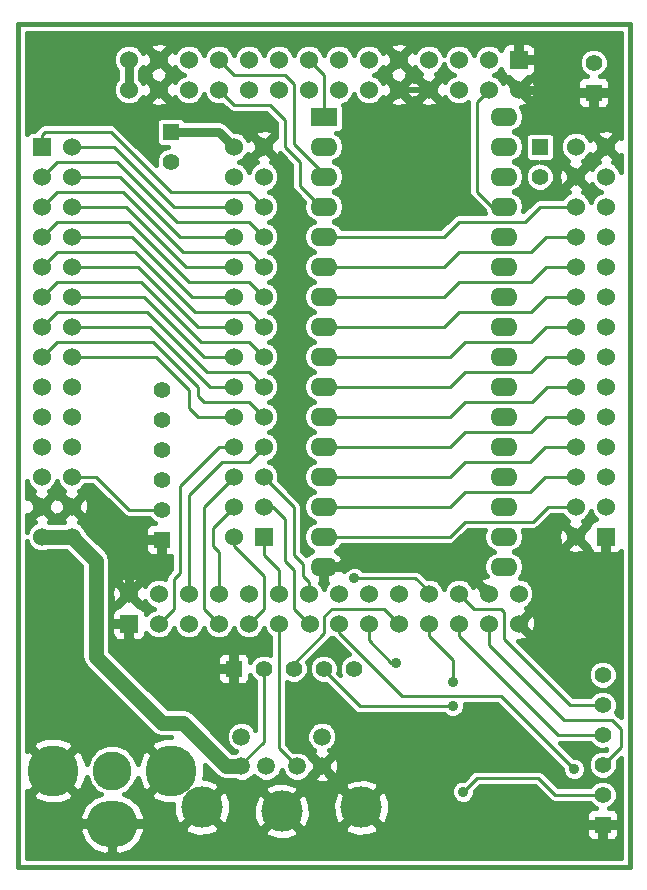
<source format=gbl>
G04 (created by PCBNEW (2013-07-07 BZR 4022)-stable) date 11/10/2018 5:54:12 PM*
%MOIN*%
G04 Gerber Fmt 3.4, Leading zero omitted, Abs format*
%FSLAX34Y34*%
G01*
G70*
G90*
G04 APERTURE LIST*
%ADD10C,0.00590551*%
%ADD11C,0.015*%
%ADD12O,0.17X0.155*%
%ADD13C,0.17*%
%ADD14C,0.13*%
%ADD15C,0.055*%
%ADD16R,0.055X0.055*%
%ADD17C,0.06*%
%ADD18R,0.06X0.06*%
%ADD19R,0.09X0.062*%
%ADD20O,0.09X0.062*%
%ADD21C,0.0590551*%
%ADD22C,0.137795*%
%ADD23C,0.035*%
%ADD24C,0.03*%
%ADD25C,0.01*%
%ADD26C,0.05*%
%ADD27C,0.02*%
G04 APERTURE END LIST*
G54D10*
G54D11*
X45100Y-51500D02*
X45100Y-23400D01*
X65500Y-51500D02*
X45100Y-51500D01*
X65500Y-23400D02*
X65500Y-51500D01*
X45100Y-23400D02*
X65500Y-23400D01*
G54D12*
X48250Y-50070D03*
G54D13*
X46280Y-48300D03*
G54D14*
X48250Y-48300D03*
G54D13*
X50220Y-48300D03*
G54D15*
X49900Y-35600D03*
X49900Y-36600D03*
X49900Y-37600D03*
X49900Y-38600D03*
G54D16*
X49900Y-40600D03*
G54D15*
X49900Y-39600D03*
G54D17*
X45900Y-31500D03*
X45900Y-30500D03*
X45900Y-29500D03*
X45900Y-28500D03*
X46900Y-40500D03*
X46900Y-39500D03*
X46900Y-38500D03*
X46900Y-37500D03*
X46900Y-36500D03*
X45900Y-40500D03*
X46900Y-35500D03*
X45900Y-39500D03*
X46900Y-34500D03*
X45900Y-38500D03*
X46900Y-33500D03*
X45900Y-37500D03*
X46900Y-32500D03*
X45900Y-36500D03*
X46900Y-31500D03*
X45900Y-35500D03*
X46900Y-30500D03*
X45900Y-34500D03*
X46900Y-29500D03*
X45900Y-33500D03*
X46900Y-28500D03*
X45900Y-32500D03*
X46900Y-27500D03*
G54D18*
X45900Y-27500D03*
X64700Y-40500D03*
G54D17*
X63700Y-40500D03*
X64700Y-35500D03*
X63700Y-39500D03*
X64700Y-34500D03*
X63700Y-38500D03*
X64700Y-33500D03*
X63700Y-37500D03*
X64700Y-32500D03*
X63700Y-36500D03*
X64700Y-31500D03*
X63700Y-35500D03*
X64700Y-30500D03*
X63700Y-34500D03*
X64700Y-29500D03*
X63700Y-33500D03*
X64700Y-28500D03*
X63700Y-32500D03*
X64700Y-27500D03*
X63700Y-31500D03*
X63700Y-30500D03*
X63700Y-29500D03*
X63700Y-28500D03*
X63700Y-27500D03*
X64700Y-39500D03*
X64700Y-38500D03*
X64700Y-37500D03*
X64700Y-36500D03*
X57800Y-24600D03*
X58800Y-24600D03*
X59800Y-24600D03*
X60800Y-24600D03*
X48800Y-25600D03*
X49800Y-25600D03*
X50800Y-25600D03*
X51800Y-25600D03*
X52800Y-25600D03*
X48800Y-24600D03*
X53800Y-25600D03*
X49800Y-24600D03*
X54800Y-25600D03*
X50800Y-24600D03*
X55800Y-25600D03*
X51800Y-24600D03*
X56800Y-25600D03*
X52800Y-24600D03*
X57800Y-25600D03*
X53800Y-24600D03*
X58800Y-25600D03*
X54800Y-24600D03*
X59800Y-25600D03*
X55800Y-24600D03*
X60800Y-25600D03*
X56800Y-24600D03*
X61800Y-25600D03*
G54D18*
X61800Y-24600D03*
X48800Y-43400D03*
G54D17*
X48800Y-42400D03*
X53800Y-43400D03*
X49800Y-42400D03*
X54850Y-43400D03*
X50800Y-42400D03*
X55800Y-43400D03*
X51800Y-42400D03*
X56800Y-43400D03*
X52800Y-42400D03*
X57800Y-43400D03*
X53800Y-42400D03*
X58800Y-43400D03*
X54800Y-42400D03*
X59800Y-43400D03*
X55800Y-42400D03*
X60800Y-43400D03*
X56800Y-42400D03*
X61800Y-43400D03*
X57800Y-42400D03*
X58800Y-42400D03*
X59800Y-42400D03*
X60800Y-42400D03*
X61800Y-42400D03*
X49800Y-43400D03*
X50800Y-43400D03*
X51800Y-43400D03*
X52800Y-43400D03*
G54D16*
X64600Y-50100D03*
G54D15*
X64600Y-49100D03*
X64600Y-48100D03*
X64600Y-47100D03*
X64600Y-46100D03*
X64600Y-45100D03*
G54D19*
X55300Y-26500D03*
G54D20*
X55300Y-27500D03*
X55300Y-28500D03*
X55300Y-29500D03*
X55300Y-30500D03*
X55300Y-31500D03*
X55300Y-32500D03*
X55300Y-33500D03*
X55300Y-34500D03*
X55300Y-35500D03*
X55300Y-36500D03*
X55300Y-37500D03*
X55300Y-38500D03*
X55300Y-39500D03*
X55300Y-40500D03*
X55300Y-41500D03*
X61300Y-41500D03*
X61300Y-40500D03*
X61300Y-39500D03*
X61300Y-38500D03*
X61300Y-37500D03*
X61300Y-36500D03*
X61300Y-35500D03*
X61300Y-34500D03*
X61300Y-33500D03*
X61300Y-32500D03*
X61300Y-31500D03*
X61300Y-30500D03*
X61300Y-29500D03*
X61300Y-28500D03*
X61300Y-27500D03*
X61300Y-26500D03*
G54D21*
X54409Y-48153D03*
X53390Y-48153D03*
X52559Y-48153D03*
X52559Y-47169D03*
X55240Y-47169D03*
G54D22*
X51242Y-49531D03*
X56557Y-49531D03*
X53900Y-49649D03*
G54D21*
X55240Y-48153D03*
G54D16*
X64300Y-25700D03*
G54D15*
X64300Y-24700D03*
G54D16*
X50200Y-27000D03*
G54D15*
X50200Y-28000D03*
G54D16*
X62500Y-27500D03*
G54D15*
X62500Y-28500D03*
G54D16*
X52300Y-44900D03*
G54D15*
X53300Y-44900D03*
X54300Y-44900D03*
X55300Y-44900D03*
X56300Y-44900D03*
G54D17*
X52300Y-27500D03*
X53300Y-27500D03*
G54D18*
X53300Y-40500D03*
G54D17*
X52300Y-40500D03*
X53300Y-39500D03*
X52300Y-39500D03*
X53300Y-38500D03*
X52300Y-38500D03*
X53300Y-37500D03*
X52300Y-37500D03*
X53300Y-36500D03*
X52300Y-36500D03*
X53300Y-35500D03*
X52300Y-35500D03*
X53300Y-34500D03*
X52300Y-34500D03*
X53300Y-33500D03*
X52300Y-33500D03*
X53300Y-32500D03*
X52300Y-32500D03*
X53300Y-31500D03*
X52300Y-31500D03*
X53300Y-30500D03*
X52300Y-30500D03*
X53300Y-29500D03*
X52300Y-29500D03*
X53300Y-28500D03*
X52300Y-28500D03*
G54D23*
X59950Y-49000D03*
X63650Y-48250D03*
X59600Y-46150D03*
X59600Y-45350D03*
X56325Y-41875D03*
X57700Y-44700D03*
G54D24*
X48800Y-24600D02*
X48800Y-25600D01*
G54D25*
X63000Y-49100D02*
X64600Y-49100D01*
X62450Y-48550D02*
X63000Y-49100D01*
X60400Y-48550D02*
X62450Y-48550D01*
X59950Y-49000D02*
X60400Y-48550D01*
X52559Y-48153D02*
X52559Y-48090D01*
X53300Y-47350D02*
X53300Y-44900D01*
X52559Y-48090D02*
X53300Y-47350D01*
G54D26*
X46900Y-40500D02*
X47700Y-41300D01*
X47700Y-41300D02*
X47700Y-44500D01*
X47700Y-44500D02*
X49900Y-46700D01*
X49900Y-46700D02*
X50600Y-46700D01*
X50600Y-46700D02*
X52053Y-48153D01*
X52053Y-48153D02*
X52559Y-48153D01*
G54D24*
X50200Y-27000D02*
X51800Y-27000D01*
X51800Y-27000D02*
X52300Y-27500D01*
G54D26*
X45900Y-40500D02*
X46900Y-40500D01*
G54D25*
X55300Y-37500D02*
X59500Y-37500D01*
X59500Y-37500D02*
X60000Y-37000D01*
X60000Y-37000D02*
X62200Y-37000D01*
X62200Y-37000D02*
X62700Y-36500D01*
X62700Y-36500D02*
X63700Y-36500D01*
X55300Y-36500D02*
X59500Y-36500D01*
X59500Y-36500D02*
X60000Y-36000D01*
X60000Y-36000D02*
X62230Y-36000D01*
X62230Y-36000D02*
X62730Y-35500D01*
X62730Y-35500D02*
X63700Y-35500D01*
X55300Y-29500D02*
X55200Y-29500D01*
X55200Y-29500D02*
X54500Y-28800D01*
X54500Y-28800D02*
X54500Y-28000D01*
X54500Y-28000D02*
X54000Y-27500D01*
X54000Y-27500D02*
X54000Y-26600D01*
X54000Y-26600D02*
X53500Y-26100D01*
X53500Y-26100D02*
X52300Y-26100D01*
X52300Y-26100D02*
X51800Y-25600D01*
X55300Y-28500D02*
X55300Y-28400D01*
X55300Y-28400D02*
X54300Y-27400D01*
X54300Y-27400D02*
X54300Y-25400D01*
X54300Y-25400D02*
X54000Y-25100D01*
X54000Y-25100D02*
X52300Y-25100D01*
X52300Y-25100D02*
X51800Y-24600D01*
X55300Y-26500D02*
X55300Y-25100D01*
X55300Y-25100D02*
X54800Y-24600D01*
X55300Y-35500D02*
X59500Y-35500D01*
X59500Y-35500D02*
X60000Y-35000D01*
X60000Y-35000D02*
X62200Y-35000D01*
X62200Y-35000D02*
X62700Y-34500D01*
X62700Y-34500D02*
X63700Y-34500D01*
X55300Y-34500D02*
X59500Y-34500D01*
X59500Y-34500D02*
X60000Y-34000D01*
X60000Y-34000D02*
X62200Y-34000D01*
X62200Y-34000D02*
X62700Y-33500D01*
X62700Y-33500D02*
X63700Y-33500D01*
X55300Y-33500D02*
X59300Y-33500D01*
X59300Y-33500D02*
X59800Y-33000D01*
X59800Y-33000D02*
X62200Y-33000D01*
X62200Y-33000D02*
X62700Y-32500D01*
X62700Y-32500D02*
X63700Y-32500D01*
X55300Y-32500D02*
X59300Y-32500D01*
X59300Y-32500D02*
X59800Y-32000D01*
X59800Y-32000D02*
X62200Y-32000D01*
X62200Y-32000D02*
X62700Y-31500D01*
X62700Y-31500D02*
X63700Y-31500D01*
X55300Y-31500D02*
X59300Y-31500D01*
X59300Y-31500D02*
X59800Y-31000D01*
X59800Y-31000D02*
X62220Y-31000D01*
X62220Y-31000D02*
X62720Y-30500D01*
X62720Y-30500D02*
X63700Y-30500D01*
X55300Y-30500D02*
X59300Y-30500D01*
X59300Y-30500D02*
X59800Y-30000D01*
X59800Y-30000D02*
X62000Y-30000D01*
X62000Y-30000D02*
X62500Y-29500D01*
X62500Y-29500D02*
X63700Y-29500D01*
X61200Y-45800D02*
X63650Y-48250D01*
X55800Y-43700D02*
X57900Y-45800D01*
X55800Y-43400D02*
X55800Y-43700D01*
X57900Y-45800D02*
X61200Y-45800D01*
X55300Y-38500D02*
X59500Y-38500D01*
X59500Y-38500D02*
X60000Y-38000D01*
X60000Y-38000D02*
X62190Y-38000D01*
X62190Y-38000D02*
X62690Y-37500D01*
X62690Y-37500D02*
X63700Y-37500D01*
X55300Y-39500D02*
X59500Y-39500D01*
X59500Y-39500D02*
X60000Y-39000D01*
X60000Y-39000D02*
X62190Y-39000D01*
X62190Y-39000D02*
X62690Y-38500D01*
X62690Y-38500D02*
X63700Y-38500D01*
X62770Y-39500D02*
X63700Y-39500D01*
X55300Y-40500D02*
X59500Y-40500D01*
X59500Y-40500D02*
X60000Y-40000D01*
X60000Y-40000D02*
X62270Y-40000D01*
X62270Y-40000D02*
X62770Y-39500D01*
X52800Y-29000D02*
X53300Y-29500D01*
X50200Y-29000D02*
X52800Y-29000D01*
X48200Y-27000D02*
X50200Y-29000D01*
X46000Y-27000D02*
X48200Y-27000D01*
X45900Y-27100D02*
X46000Y-27000D01*
X45900Y-27500D02*
X45900Y-27100D01*
X50300Y-29500D02*
X52300Y-29500D01*
X48300Y-27500D02*
X50300Y-29500D01*
X46900Y-27500D02*
X48300Y-27500D01*
X45900Y-28500D02*
X46400Y-28000D01*
X46400Y-28000D02*
X48400Y-28000D01*
X48400Y-28000D02*
X50400Y-30000D01*
X50400Y-30000D02*
X52800Y-30000D01*
X52800Y-30000D02*
X53300Y-30500D01*
X50500Y-30500D02*
X52300Y-30500D01*
X46900Y-28500D02*
X48500Y-28500D01*
X48500Y-28500D02*
X50500Y-30500D01*
X45900Y-29500D02*
X46400Y-29000D01*
X46400Y-29000D02*
X48600Y-29000D01*
X48600Y-29000D02*
X50600Y-31000D01*
X50600Y-31000D02*
X52800Y-31000D01*
X52800Y-31000D02*
X53300Y-31500D01*
X46900Y-29500D02*
X48700Y-29500D01*
X48700Y-29500D02*
X50700Y-31500D01*
X50700Y-31500D02*
X52300Y-31500D01*
X45900Y-30500D02*
X46400Y-30000D01*
X46400Y-30000D02*
X48800Y-30000D01*
X48800Y-30000D02*
X50800Y-32000D01*
X50800Y-32000D02*
X52800Y-32000D01*
X52800Y-32000D02*
X53300Y-32500D01*
X50900Y-32500D02*
X52300Y-32500D01*
X46900Y-30500D02*
X48900Y-30500D01*
X48900Y-30500D02*
X50900Y-32500D01*
X52800Y-33000D02*
X53300Y-33500D01*
X45900Y-31500D02*
X46400Y-31000D01*
X46400Y-31000D02*
X49000Y-31000D01*
X49000Y-31000D02*
X51000Y-33000D01*
X51000Y-33000D02*
X52800Y-33000D01*
X51100Y-33500D02*
X52300Y-33500D01*
X46900Y-31500D02*
X49100Y-31500D01*
X49100Y-31500D02*
X51100Y-33500D01*
X45900Y-32500D02*
X46400Y-32000D01*
X46400Y-32000D02*
X49200Y-32000D01*
X49200Y-32000D02*
X51200Y-34000D01*
X51200Y-34000D02*
X52800Y-34000D01*
X52800Y-34000D02*
X53300Y-34500D01*
X46900Y-32500D02*
X49300Y-32500D01*
X49300Y-32500D02*
X51300Y-34500D01*
X51300Y-34500D02*
X52300Y-34500D01*
X45900Y-33500D02*
X46400Y-33000D01*
X46400Y-33000D02*
X49400Y-33000D01*
X49400Y-33000D02*
X51400Y-35000D01*
X51400Y-35000D02*
X52800Y-35000D01*
X52800Y-35000D02*
X53300Y-35500D01*
X46900Y-33500D02*
X49500Y-33500D01*
X49500Y-33500D02*
X51500Y-35500D01*
X51500Y-35500D02*
X52300Y-35500D01*
X45900Y-34500D02*
X46400Y-34000D01*
X46400Y-34000D02*
X49600Y-34000D01*
X49600Y-34000D02*
X51100Y-35500D01*
X51100Y-35500D02*
X51100Y-35800D01*
X51100Y-35800D02*
X51300Y-36000D01*
X51300Y-36000D02*
X52800Y-36000D01*
X52800Y-36000D02*
X53300Y-36500D01*
X46900Y-34500D02*
X49700Y-34500D01*
X49700Y-34500D02*
X50800Y-35600D01*
X50800Y-35600D02*
X50800Y-36200D01*
X50800Y-36200D02*
X51100Y-36500D01*
X51100Y-36500D02*
X52300Y-36500D01*
X49800Y-43400D02*
X50300Y-42900D01*
X50300Y-42900D02*
X50300Y-41900D01*
X50300Y-41900D02*
X50500Y-41700D01*
X50500Y-41700D02*
X50500Y-38800D01*
X51800Y-37500D02*
X52300Y-37500D01*
X50500Y-38800D02*
X51800Y-37500D01*
X50800Y-42400D02*
X50800Y-39100D01*
X50800Y-39100D02*
X51900Y-38000D01*
X51900Y-38000D02*
X52800Y-38000D01*
X52800Y-38000D02*
X53300Y-37500D01*
X51800Y-43400D02*
X51300Y-42900D01*
X51300Y-42900D02*
X51300Y-39500D01*
X51300Y-39500D02*
X52300Y-38500D01*
X51800Y-42400D02*
X51800Y-41000D01*
X51600Y-40200D02*
X52300Y-39500D01*
X51600Y-40800D02*
X51600Y-40200D01*
X51800Y-41000D02*
X51600Y-40800D01*
X52800Y-43400D02*
X53300Y-42900D01*
X52300Y-40800D02*
X52300Y-40500D01*
X53300Y-41800D02*
X52300Y-40800D01*
X53300Y-42900D02*
X53300Y-41800D01*
X53800Y-41600D02*
X53800Y-42400D01*
X53300Y-41100D02*
X53800Y-41600D01*
X53300Y-40500D02*
X53300Y-41100D01*
X54850Y-43400D02*
X54800Y-43400D01*
X54800Y-43400D02*
X54300Y-42900D01*
X54300Y-42900D02*
X54300Y-41600D01*
X54300Y-41600D02*
X54000Y-41300D01*
X54000Y-41300D02*
X54000Y-39900D01*
X53600Y-39500D02*
X53300Y-39500D01*
X54000Y-39900D02*
X53600Y-39500D01*
X54800Y-42400D02*
X54800Y-42000D01*
X54800Y-42000D02*
X54600Y-41800D01*
X54600Y-41800D02*
X54600Y-41400D01*
X54600Y-41400D02*
X54300Y-41100D01*
X54300Y-41100D02*
X54300Y-39500D01*
X54300Y-39500D02*
X53300Y-38500D01*
X53800Y-43400D02*
X53800Y-47543D01*
X53800Y-47543D02*
X54409Y-48153D01*
X65200Y-47500D02*
X64600Y-48100D01*
X65200Y-46900D02*
X65200Y-47500D01*
X64900Y-46600D02*
X65200Y-46900D01*
X63300Y-46600D02*
X64900Y-46600D01*
X60800Y-44100D02*
X63300Y-46600D01*
X60800Y-43400D02*
X60800Y-44100D01*
X54300Y-44900D02*
X54300Y-44750D01*
X54300Y-44750D02*
X55325Y-43725D01*
X55325Y-43725D02*
X55325Y-43150D01*
X55325Y-43150D02*
X55575Y-42900D01*
X57300Y-42900D02*
X57800Y-43400D01*
X55575Y-42900D02*
X57300Y-42900D01*
X59800Y-43400D02*
X59800Y-43800D01*
X59800Y-43800D02*
X63100Y-47100D01*
X63100Y-47100D02*
X64600Y-47100D01*
X59600Y-45350D02*
X59600Y-44600D01*
X59600Y-46150D02*
X56500Y-46150D01*
X56500Y-46150D02*
X55300Y-44950D01*
X55300Y-44900D02*
X55300Y-44950D01*
X58800Y-43800D02*
X58800Y-43400D01*
X59600Y-44600D02*
X58800Y-43800D01*
X61300Y-43000D02*
X61200Y-42900D01*
X61300Y-43900D02*
X61300Y-43000D01*
X63500Y-46100D02*
X61300Y-43900D01*
X61200Y-42900D02*
X60300Y-42900D01*
X60300Y-42900D02*
X59800Y-42400D01*
X64600Y-46100D02*
X63500Y-46100D01*
X58800Y-42400D02*
X58800Y-42325D01*
X58800Y-42325D02*
X58350Y-41875D01*
X58350Y-41875D02*
X56325Y-41875D01*
X46900Y-38500D02*
X47700Y-38500D01*
X47700Y-38500D02*
X48800Y-39600D01*
X48800Y-39600D02*
X49900Y-39600D01*
X60400Y-26000D02*
X60800Y-25600D01*
X60400Y-29000D02*
X60400Y-26000D01*
X61300Y-29500D02*
X60900Y-29500D01*
X60900Y-29500D02*
X60400Y-29000D01*
G54D27*
X58800Y-25600D02*
X57800Y-25600D01*
G54D24*
X64300Y-25700D02*
X64300Y-27100D01*
X64300Y-27100D02*
X64700Y-27500D01*
X64700Y-27500D02*
X63700Y-28500D01*
X48800Y-42400D02*
X48800Y-40600D01*
X60800Y-42400D02*
X59850Y-41450D01*
X55800Y-41500D02*
X55300Y-41500D01*
X56150Y-41150D02*
X55800Y-41500D01*
X56800Y-41150D02*
X56150Y-41150D01*
X57100Y-41450D02*
X56800Y-41150D01*
X59850Y-41450D02*
X57100Y-41450D01*
X48800Y-43900D02*
X48800Y-43400D01*
X49800Y-44900D02*
X48800Y-43900D01*
X52300Y-44900D02*
X49800Y-44900D01*
X61800Y-25600D02*
X62500Y-25600D01*
X62600Y-25700D02*
X64300Y-25700D01*
X62500Y-25600D02*
X62600Y-25700D01*
X49900Y-40600D02*
X48800Y-40600D01*
G54D25*
X56800Y-43400D02*
X56800Y-43950D01*
X57550Y-44700D02*
X57700Y-44700D01*
X56800Y-43950D02*
X57550Y-44700D01*
G54D10*
G36*
X53525Y-44452D02*
X53399Y-44400D01*
X53200Y-44399D01*
X53017Y-44475D01*
X52876Y-44616D01*
X52850Y-44679D01*
X52850Y-44679D01*
X52849Y-44570D01*
X52807Y-44469D01*
X52730Y-44391D01*
X52629Y-44349D01*
X52443Y-44350D01*
X52375Y-44418D01*
X52375Y-44825D01*
X52382Y-44825D01*
X52382Y-44975D01*
X52375Y-44975D01*
X52375Y-45381D01*
X52443Y-45450D01*
X52629Y-45450D01*
X52730Y-45408D01*
X52807Y-45330D01*
X52849Y-45229D01*
X52850Y-45120D01*
X52850Y-45120D01*
X52875Y-45182D01*
X53016Y-45323D01*
X53025Y-45327D01*
X53025Y-46933D01*
X53000Y-46874D01*
X52854Y-46728D01*
X52663Y-46649D01*
X52456Y-46648D01*
X52265Y-46727D01*
X52225Y-46768D01*
X52225Y-45381D01*
X52225Y-44975D01*
X52225Y-44825D01*
X52225Y-44418D01*
X52156Y-44350D01*
X51970Y-44349D01*
X51869Y-44391D01*
X51792Y-44469D01*
X51750Y-44570D01*
X51749Y-44679D01*
X51750Y-44756D01*
X51818Y-44825D01*
X52225Y-44825D01*
X52225Y-44975D01*
X51818Y-44975D01*
X51750Y-45043D01*
X51749Y-45120D01*
X51750Y-45229D01*
X51792Y-45330D01*
X51869Y-45408D01*
X51970Y-45450D01*
X52156Y-45450D01*
X52225Y-45381D01*
X52225Y-46768D01*
X52118Y-46874D01*
X52039Y-47065D01*
X52039Y-47272D01*
X52118Y-47463D01*
X52264Y-47610D01*
X52388Y-47661D01*
X52346Y-47678D01*
X52250Y-47678D01*
X50935Y-46364D01*
X50781Y-46261D01*
X50600Y-46225D01*
X50096Y-46225D01*
X48725Y-44853D01*
X48725Y-43906D01*
X48725Y-43475D01*
X48293Y-43475D01*
X48225Y-43543D01*
X48224Y-43645D01*
X48225Y-43754D01*
X48267Y-43855D01*
X48344Y-43933D01*
X48445Y-43975D01*
X48656Y-43975D01*
X48725Y-43906D01*
X48725Y-44853D01*
X48175Y-44303D01*
X48175Y-41300D01*
X48174Y-41299D01*
X48138Y-41118D01*
X48035Y-40964D01*
X48035Y-40964D01*
X47482Y-40411D01*
X47482Y-39562D01*
X47462Y-39334D01*
X47414Y-39218D01*
X47315Y-39190D01*
X47006Y-39500D01*
X47315Y-39809D01*
X47414Y-39781D01*
X47482Y-39562D01*
X47482Y-40411D01*
X47395Y-40323D01*
X47345Y-40203D01*
X47197Y-40055D01*
X47140Y-40031D01*
X47181Y-40014D01*
X47209Y-39915D01*
X46900Y-39606D01*
X46793Y-39712D01*
X46793Y-39500D01*
X46484Y-39190D01*
X46400Y-39214D01*
X46315Y-39190D01*
X46006Y-39500D01*
X46315Y-39809D01*
X46400Y-39785D01*
X46484Y-39809D01*
X46793Y-39500D01*
X46793Y-39712D01*
X46590Y-39915D01*
X46618Y-40014D01*
X46652Y-40025D01*
X46155Y-40025D01*
X46181Y-40014D01*
X46209Y-39915D01*
X45900Y-39606D01*
X45590Y-39915D01*
X45618Y-40014D01*
X45665Y-40028D01*
X45603Y-40054D01*
X45455Y-40202D01*
X45400Y-40335D01*
X45400Y-39785D01*
X45484Y-39809D01*
X45793Y-39500D01*
X45484Y-39190D01*
X45400Y-39214D01*
X45400Y-38664D01*
X45454Y-38797D01*
X45602Y-38944D01*
X45659Y-38968D01*
X45618Y-38985D01*
X45590Y-39084D01*
X45900Y-39393D01*
X46209Y-39084D01*
X46181Y-38985D01*
X46134Y-38971D01*
X46197Y-38945D01*
X46344Y-38797D01*
X46400Y-38664D01*
X46454Y-38797D01*
X46602Y-38944D01*
X46659Y-38968D01*
X46618Y-38985D01*
X46590Y-39084D01*
X46900Y-39393D01*
X47209Y-39084D01*
X47181Y-38985D01*
X47134Y-38971D01*
X47197Y-38945D01*
X47344Y-38797D01*
X47354Y-38775D01*
X47586Y-38775D01*
X48605Y-39794D01*
X48605Y-39794D01*
X48665Y-39834D01*
X48694Y-39854D01*
X48694Y-39854D01*
X48800Y-39875D01*
X49472Y-39875D01*
X49475Y-39882D01*
X49616Y-40023D01*
X49679Y-40049D01*
X49679Y-40049D01*
X49570Y-40050D01*
X49469Y-40092D01*
X49391Y-40169D01*
X49349Y-40270D01*
X49350Y-40456D01*
X49418Y-40525D01*
X49825Y-40525D01*
X49825Y-40517D01*
X49975Y-40517D01*
X49975Y-40525D01*
X49982Y-40525D01*
X49982Y-40675D01*
X49975Y-40675D01*
X49975Y-41081D01*
X50043Y-41150D01*
X50120Y-41150D01*
X50225Y-41149D01*
X50225Y-41586D01*
X50105Y-41705D01*
X50045Y-41794D01*
X50025Y-41900D01*
X50025Y-41924D01*
X49904Y-41875D01*
X49825Y-41875D01*
X49825Y-41081D01*
X49825Y-40675D01*
X49418Y-40675D01*
X49350Y-40743D01*
X49349Y-40929D01*
X49391Y-41030D01*
X49469Y-41107D01*
X49570Y-41149D01*
X49679Y-41150D01*
X49756Y-41150D01*
X49825Y-41081D01*
X49825Y-41875D01*
X49696Y-41874D01*
X49503Y-41954D01*
X49355Y-42102D01*
X49331Y-42159D01*
X49314Y-42118D01*
X49215Y-42090D01*
X49109Y-42197D01*
X49109Y-41984D01*
X49081Y-41885D01*
X48862Y-41817D01*
X48634Y-41837D01*
X48518Y-41885D01*
X48490Y-41984D01*
X48800Y-42293D01*
X49109Y-41984D01*
X49109Y-42197D01*
X48906Y-42400D01*
X49215Y-42709D01*
X49314Y-42681D01*
X49328Y-42634D01*
X49354Y-42697D01*
X49502Y-42844D01*
X49635Y-42900D01*
X49503Y-42954D01*
X49374Y-43082D01*
X49374Y-43045D01*
X49332Y-42944D01*
X49255Y-42866D01*
X49154Y-42824D01*
X49106Y-42824D01*
X49109Y-42815D01*
X48800Y-42506D01*
X48693Y-42612D01*
X48693Y-42400D01*
X48384Y-42090D01*
X48285Y-42118D01*
X48217Y-42337D01*
X48237Y-42565D01*
X48285Y-42681D01*
X48384Y-42709D01*
X48693Y-42400D01*
X48693Y-42612D01*
X48490Y-42815D01*
X48493Y-42824D01*
X48445Y-42824D01*
X48344Y-42866D01*
X48267Y-42944D01*
X48225Y-43045D01*
X48224Y-43154D01*
X48225Y-43256D01*
X48293Y-43325D01*
X48725Y-43325D01*
X48725Y-43317D01*
X48875Y-43317D01*
X48875Y-43325D01*
X48882Y-43325D01*
X48882Y-43475D01*
X48875Y-43475D01*
X48875Y-43906D01*
X48943Y-43975D01*
X49154Y-43975D01*
X49255Y-43933D01*
X49332Y-43855D01*
X49374Y-43754D01*
X49374Y-43717D01*
X49502Y-43844D01*
X49695Y-43924D01*
X49903Y-43925D01*
X50097Y-43845D01*
X50244Y-43697D01*
X50300Y-43564D01*
X50354Y-43697D01*
X50502Y-43844D01*
X50695Y-43924D01*
X50903Y-43925D01*
X51097Y-43845D01*
X51244Y-43697D01*
X51300Y-43564D01*
X51354Y-43697D01*
X51502Y-43844D01*
X51695Y-43924D01*
X51903Y-43925D01*
X52097Y-43845D01*
X52244Y-43697D01*
X52300Y-43564D01*
X52354Y-43697D01*
X52502Y-43844D01*
X52695Y-43924D01*
X52903Y-43925D01*
X53097Y-43845D01*
X53244Y-43697D01*
X53300Y-43564D01*
X53354Y-43697D01*
X53502Y-43844D01*
X53525Y-43854D01*
X53525Y-44452D01*
X53525Y-44452D01*
G37*
G54D11*
X53525Y-44452D02*
X53399Y-44400D01*
X53200Y-44399D01*
X53017Y-44475D01*
X52876Y-44616D01*
X52850Y-44679D01*
X52850Y-44679D01*
X52849Y-44570D01*
X52807Y-44469D01*
X52730Y-44391D01*
X52629Y-44349D01*
X52443Y-44350D01*
X52375Y-44418D01*
X52375Y-44825D01*
X52382Y-44825D01*
X52382Y-44975D01*
X52375Y-44975D01*
X52375Y-45381D01*
X52443Y-45450D01*
X52629Y-45450D01*
X52730Y-45408D01*
X52807Y-45330D01*
X52849Y-45229D01*
X52850Y-45120D01*
X52850Y-45120D01*
X52875Y-45182D01*
X53016Y-45323D01*
X53025Y-45327D01*
X53025Y-46933D01*
X53000Y-46874D01*
X52854Y-46728D01*
X52663Y-46649D01*
X52456Y-46648D01*
X52265Y-46727D01*
X52225Y-46768D01*
X52225Y-45381D01*
X52225Y-44975D01*
X52225Y-44825D01*
X52225Y-44418D01*
X52156Y-44350D01*
X51970Y-44349D01*
X51869Y-44391D01*
X51792Y-44469D01*
X51750Y-44570D01*
X51749Y-44679D01*
X51750Y-44756D01*
X51818Y-44825D01*
X52225Y-44825D01*
X52225Y-44975D01*
X51818Y-44975D01*
X51750Y-45043D01*
X51749Y-45120D01*
X51750Y-45229D01*
X51792Y-45330D01*
X51869Y-45408D01*
X51970Y-45450D01*
X52156Y-45450D01*
X52225Y-45381D01*
X52225Y-46768D01*
X52118Y-46874D01*
X52039Y-47065D01*
X52039Y-47272D01*
X52118Y-47463D01*
X52264Y-47610D01*
X52388Y-47661D01*
X52346Y-47678D01*
X52250Y-47678D01*
X50935Y-46364D01*
X50781Y-46261D01*
X50600Y-46225D01*
X50096Y-46225D01*
X48725Y-44853D01*
X48725Y-43906D01*
X48725Y-43475D01*
X48293Y-43475D01*
X48225Y-43543D01*
X48224Y-43645D01*
X48225Y-43754D01*
X48267Y-43855D01*
X48344Y-43933D01*
X48445Y-43975D01*
X48656Y-43975D01*
X48725Y-43906D01*
X48725Y-44853D01*
X48175Y-44303D01*
X48175Y-41300D01*
X48174Y-41299D01*
X48138Y-41118D01*
X48035Y-40964D01*
X48035Y-40964D01*
X47482Y-40411D01*
X47482Y-39562D01*
X47462Y-39334D01*
X47414Y-39218D01*
X47315Y-39190D01*
X47006Y-39500D01*
X47315Y-39809D01*
X47414Y-39781D01*
X47482Y-39562D01*
X47482Y-40411D01*
X47395Y-40323D01*
X47345Y-40203D01*
X47197Y-40055D01*
X47140Y-40031D01*
X47181Y-40014D01*
X47209Y-39915D01*
X46900Y-39606D01*
X46793Y-39712D01*
X46793Y-39500D01*
X46484Y-39190D01*
X46400Y-39214D01*
X46315Y-39190D01*
X46006Y-39500D01*
X46315Y-39809D01*
X46400Y-39785D01*
X46484Y-39809D01*
X46793Y-39500D01*
X46793Y-39712D01*
X46590Y-39915D01*
X46618Y-40014D01*
X46652Y-40025D01*
X46155Y-40025D01*
X46181Y-40014D01*
X46209Y-39915D01*
X45900Y-39606D01*
X45590Y-39915D01*
X45618Y-40014D01*
X45665Y-40028D01*
X45603Y-40054D01*
X45455Y-40202D01*
X45400Y-40335D01*
X45400Y-39785D01*
X45484Y-39809D01*
X45793Y-39500D01*
X45484Y-39190D01*
X45400Y-39214D01*
X45400Y-38664D01*
X45454Y-38797D01*
X45602Y-38944D01*
X45659Y-38968D01*
X45618Y-38985D01*
X45590Y-39084D01*
X45900Y-39393D01*
X46209Y-39084D01*
X46181Y-38985D01*
X46134Y-38971D01*
X46197Y-38945D01*
X46344Y-38797D01*
X46400Y-38664D01*
X46454Y-38797D01*
X46602Y-38944D01*
X46659Y-38968D01*
X46618Y-38985D01*
X46590Y-39084D01*
X46900Y-39393D01*
X47209Y-39084D01*
X47181Y-38985D01*
X47134Y-38971D01*
X47197Y-38945D01*
X47344Y-38797D01*
X47354Y-38775D01*
X47586Y-38775D01*
X48605Y-39794D01*
X48605Y-39794D01*
X48665Y-39834D01*
X48694Y-39854D01*
X48694Y-39854D01*
X48800Y-39875D01*
X49472Y-39875D01*
X49475Y-39882D01*
X49616Y-40023D01*
X49679Y-40049D01*
X49679Y-40049D01*
X49570Y-40050D01*
X49469Y-40092D01*
X49391Y-40169D01*
X49349Y-40270D01*
X49350Y-40456D01*
X49418Y-40525D01*
X49825Y-40525D01*
X49825Y-40517D01*
X49975Y-40517D01*
X49975Y-40525D01*
X49982Y-40525D01*
X49982Y-40675D01*
X49975Y-40675D01*
X49975Y-41081D01*
X50043Y-41150D01*
X50120Y-41150D01*
X50225Y-41149D01*
X50225Y-41586D01*
X50105Y-41705D01*
X50045Y-41794D01*
X50025Y-41900D01*
X50025Y-41924D01*
X49904Y-41875D01*
X49825Y-41875D01*
X49825Y-41081D01*
X49825Y-40675D01*
X49418Y-40675D01*
X49350Y-40743D01*
X49349Y-40929D01*
X49391Y-41030D01*
X49469Y-41107D01*
X49570Y-41149D01*
X49679Y-41150D01*
X49756Y-41150D01*
X49825Y-41081D01*
X49825Y-41875D01*
X49696Y-41874D01*
X49503Y-41954D01*
X49355Y-42102D01*
X49331Y-42159D01*
X49314Y-42118D01*
X49215Y-42090D01*
X49109Y-42197D01*
X49109Y-41984D01*
X49081Y-41885D01*
X48862Y-41817D01*
X48634Y-41837D01*
X48518Y-41885D01*
X48490Y-41984D01*
X48800Y-42293D01*
X49109Y-41984D01*
X49109Y-42197D01*
X48906Y-42400D01*
X49215Y-42709D01*
X49314Y-42681D01*
X49328Y-42634D01*
X49354Y-42697D01*
X49502Y-42844D01*
X49635Y-42900D01*
X49503Y-42954D01*
X49374Y-43082D01*
X49374Y-43045D01*
X49332Y-42944D01*
X49255Y-42866D01*
X49154Y-42824D01*
X49106Y-42824D01*
X49109Y-42815D01*
X48800Y-42506D01*
X48693Y-42612D01*
X48693Y-42400D01*
X48384Y-42090D01*
X48285Y-42118D01*
X48217Y-42337D01*
X48237Y-42565D01*
X48285Y-42681D01*
X48384Y-42709D01*
X48693Y-42400D01*
X48693Y-42612D01*
X48490Y-42815D01*
X48493Y-42824D01*
X48445Y-42824D01*
X48344Y-42866D01*
X48267Y-42944D01*
X48225Y-43045D01*
X48224Y-43154D01*
X48225Y-43256D01*
X48293Y-43325D01*
X48725Y-43325D01*
X48725Y-43317D01*
X48875Y-43317D01*
X48875Y-43325D01*
X48882Y-43325D01*
X48882Y-43475D01*
X48875Y-43475D01*
X48875Y-43906D01*
X48943Y-43975D01*
X49154Y-43975D01*
X49255Y-43933D01*
X49332Y-43855D01*
X49374Y-43754D01*
X49374Y-43717D01*
X49502Y-43844D01*
X49695Y-43924D01*
X49903Y-43925D01*
X50097Y-43845D01*
X50244Y-43697D01*
X50300Y-43564D01*
X50354Y-43697D01*
X50502Y-43844D01*
X50695Y-43924D01*
X50903Y-43925D01*
X51097Y-43845D01*
X51244Y-43697D01*
X51300Y-43564D01*
X51354Y-43697D01*
X51502Y-43844D01*
X51695Y-43924D01*
X51903Y-43925D01*
X52097Y-43845D01*
X52244Y-43697D01*
X52300Y-43564D01*
X52354Y-43697D01*
X52502Y-43844D01*
X52695Y-43924D01*
X52903Y-43925D01*
X53097Y-43845D01*
X53244Y-43697D01*
X53300Y-43564D01*
X53354Y-43697D01*
X53502Y-43844D01*
X53525Y-43854D01*
X53525Y-44452D01*
G54D10*
G36*
X60970Y-41000D02*
X60942Y-41005D01*
X60768Y-41121D01*
X60652Y-41295D01*
X60611Y-41500D01*
X60652Y-41704D01*
X60735Y-41828D01*
X60634Y-41837D01*
X60518Y-41885D01*
X60490Y-41984D01*
X60800Y-42293D01*
X60805Y-42288D01*
X60911Y-42394D01*
X60906Y-42400D01*
X60911Y-42405D01*
X60805Y-42511D01*
X60800Y-42506D01*
X60794Y-42511D01*
X60688Y-42405D01*
X60693Y-42400D01*
X60384Y-42090D01*
X60285Y-42118D01*
X60271Y-42165D01*
X60245Y-42103D01*
X60097Y-41955D01*
X59904Y-41875D01*
X59696Y-41874D01*
X59503Y-41954D01*
X59355Y-42102D01*
X59299Y-42235D01*
X59245Y-42103D01*
X59097Y-41955D01*
X58904Y-41875D01*
X58738Y-41874D01*
X58544Y-41680D01*
X58455Y-41620D01*
X58350Y-41600D01*
X56615Y-41600D01*
X56551Y-41536D01*
X56404Y-41475D01*
X56245Y-41474D01*
X56098Y-41535D01*
X55989Y-41644D01*
X55950Y-41575D01*
X55375Y-41575D01*
X55375Y-42020D01*
X55410Y-42047D01*
X55355Y-42102D01*
X55299Y-42235D01*
X55245Y-42103D01*
X55189Y-42047D01*
X55225Y-42020D01*
X55225Y-41575D01*
X55217Y-41575D01*
X55217Y-41425D01*
X55225Y-41425D01*
X55225Y-41417D01*
X55375Y-41417D01*
X55375Y-41425D01*
X55950Y-41425D01*
X56001Y-41335D01*
X55997Y-41299D01*
X55878Y-41101D01*
X55697Y-40967D01*
X55831Y-40878D01*
X55900Y-40775D01*
X59500Y-40775D01*
X59605Y-40754D01*
X59605Y-40754D01*
X59694Y-40694D01*
X60113Y-40275D01*
X60666Y-40275D01*
X60652Y-40295D01*
X60611Y-40500D01*
X60652Y-40704D01*
X60768Y-40878D01*
X60942Y-40994D01*
X60970Y-41000D01*
X60970Y-41000D01*
G37*
G54D11*
X60970Y-41000D02*
X60942Y-41005D01*
X60768Y-41121D01*
X60652Y-41295D01*
X60611Y-41500D01*
X60652Y-41704D01*
X60735Y-41828D01*
X60634Y-41837D01*
X60518Y-41885D01*
X60490Y-41984D01*
X60800Y-42293D01*
X60805Y-42288D01*
X60911Y-42394D01*
X60906Y-42400D01*
X60911Y-42405D01*
X60805Y-42511D01*
X60800Y-42506D01*
X60794Y-42511D01*
X60688Y-42405D01*
X60693Y-42400D01*
X60384Y-42090D01*
X60285Y-42118D01*
X60271Y-42165D01*
X60245Y-42103D01*
X60097Y-41955D01*
X59904Y-41875D01*
X59696Y-41874D01*
X59503Y-41954D01*
X59355Y-42102D01*
X59299Y-42235D01*
X59245Y-42103D01*
X59097Y-41955D01*
X58904Y-41875D01*
X58738Y-41874D01*
X58544Y-41680D01*
X58455Y-41620D01*
X58350Y-41600D01*
X56615Y-41600D01*
X56551Y-41536D01*
X56404Y-41475D01*
X56245Y-41474D01*
X56098Y-41535D01*
X55989Y-41644D01*
X55950Y-41575D01*
X55375Y-41575D01*
X55375Y-42020D01*
X55410Y-42047D01*
X55355Y-42102D01*
X55299Y-42235D01*
X55245Y-42103D01*
X55189Y-42047D01*
X55225Y-42020D01*
X55225Y-41575D01*
X55217Y-41575D01*
X55217Y-41425D01*
X55225Y-41425D01*
X55225Y-41417D01*
X55375Y-41417D01*
X55375Y-41425D01*
X55950Y-41425D01*
X56001Y-41335D01*
X55997Y-41299D01*
X55878Y-41101D01*
X55697Y-40967D01*
X55831Y-40878D01*
X55900Y-40775D01*
X59500Y-40775D01*
X59605Y-40754D01*
X59605Y-40754D01*
X59694Y-40694D01*
X60113Y-40275D01*
X60666Y-40275D01*
X60652Y-40295D01*
X60611Y-40500D01*
X60652Y-40704D01*
X60768Y-40878D01*
X60942Y-40994D01*
X60970Y-41000D01*
G54D10*
G36*
X65200Y-28335D02*
X65145Y-28203D01*
X64997Y-28055D01*
X64940Y-28031D01*
X64981Y-28014D01*
X65009Y-27915D01*
X64700Y-27606D01*
X64593Y-27712D01*
X64593Y-27500D01*
X64284Y-27190D01*
X64225Y-27207D01*
X64225Y-26181D01*
X64225Y-25775D01*
X63818Y-25775D01*
X63750Y-25843D01*
X63749Y-26029D01*
X63791Y-26130D01*
X63869Y-26207D01*
X63970Y-26249D01*
X64079Y-26250D01*
X64156Y-26250D01*
X64225Y-26181D01*
X64225Y-27207D01*
X64185Y-27218D01*
X64171Y-27265D01*
X64145Y-27203D01*
X63997Y-27055D01*
X63804Y-26975D01*
X63596Y-26974D01*
X63403Y-27054D01*
X63255Y-27202D01*
X63175Y-27395D01*
X63174Y-27603D01*
X63254Y-27797D01*
X63402Y-27944D01*
X63459Y-27968D01*
X63418Y-27985D01*
X63390Y-28084D01*
X63700Y-28393D01*
X64009Y-28084D01*
X63981Y-27985D01*
X63934Y-27971D01*
X63997Y-27945D01*
X64144Y-27797D01*
X64168Y-27740D01*
X64185Y-27781D01*
X64284Y-27809D01*
X64593Y-27500D01*
X64593Y-27712D01*
X64390Y-27915D01*
X64418Y-28014D01*
X64465Y-28028D01*
X64403Y-28054D01*
X64255Y-28202D01*
X64231Y-28259D01*
X64214Y-28218D01*
X64115Y-28190D01*
X63806Y-28500D01*
X64115Y-28809D01*
X64214Y-28781D01*
X64228Y-28734D01*
X64254Y-28797D01*
X64402Y-28944D01*
X64535Y-29000D01*
X64403Y-29054D01*
X64255Y-29202D01*
X64199Y-29335D01*
X64145Y-29203D01*
X63997Y-29055D01*
X63940Y-29031D01*
X63981Y-29014D01*
X64009Y-28915D01*
X63700Y-28606D01*
X63593Y-28712D01*
X63593Y-28500D01*
X63284Y-28190D01*
X63185Y-28218D01*
X63117Y-28437D01*
X63137Y-28665D01*
X63185Y-28781D01*
X63284Y-28809D01*
X63593Y-28500D01*
X63593Y-28712D01*
X63390Y-28915D01*
X63418Y-29014D01*
X63465Y-29028D01*
X63403Y-29054D01*
X63255Y-29202D01*
X63245Y-29225D01*
X63000Y-29225D01*
X63000Y-28400D01*
X62924Y-28217D01*
X62783Y-28076D01*
X62599Y-28000D01*
X62544Y-28000D01*
X62819Y-28000D01*
X62902Y-27965D01*
X62965Y-27902D01*
X62999Y-27819D01*
X63000Y-27730D01*
X63000Y-27180D01*
X62965Y-27097D01*
X62902Y-27034D01*
X62819Y-27000D01*
X62730Y-26999D01*
X62382Y-26999D01*
X62382Y-25662D01*
X62362Y-25434D01*
X62314Y-25318D01*
X62215Y-25290D01*
X61906Y-25600D01*
X62215Y-25909D01*
X62314Y-25881D01*
X62382Y-25662D01*
X62382Y-26999D01*
X62180Y-26999D01*
X62097Y-27034D01*
X62034Y-27097D01*
X62000Y-27180D01*
X61999Y-27269D01*
X61999Y-27819D01*
X62034Y-27902D01*
X62097Y-27965D01*
X62180Y-27999D01*
X62269Y-28000D01*
X62400Y-28000D01*
X62217Y-28075D01*
X62076Y-28216D01*
X62000Y-28400D01*
X61999Y-28599D01*
X62075Y-28782D01*
X62216Y-28923D01*
X62400Y-28999D01*
X62599Y-29000D01*
X62782Y-28924D01*
X62923Y-28783D01*
X62999Y-28599D01*
X63000Y-28400D01*
X63000Y-29225D01*
X62500Y-29225D01*
X62394Y-29245D01*
X62305Y-29305D01*
X61957Y-29653D01*
X61988Y-29500D01*
X61947Y-29295D01*
X61831Y-29121D01*
X61657Y-29005D01*
X61629Y-29000D01*
X61657Y-28994D01*
X61831Y-28878D01*
X61947Y-28704D01*
X61988Y-28500D01*
X61947Y-28295D01*
X61831Y-28121D01*
X61657Y-28005D01*
X61629Y-28000D01*
X61657Y-27994D01*
X61831Y-27878D01*
X61947Y-27704D01*
X61988Y-27500D01*
X61947Y-27295D01*
X61831Y-27121D01*
X61657Y-27005D01*
X61629Y-27000D01*
X61657Y-26994D01*
X61831Y-26878D01*
X61947Y-26704D01*
X61988Y-26500D01*
X61947Y-26295D01*
X61864Y-26171D01*
X61965Y-26162D01*
X62081Y-26114D01*
X62109Y-26015D01*
X61800Y-25706D01*
X61794Y-25711D01*
X61688Y-25605D01*
X61693Y-25600D01*
X61384Y-25290D01*
X61285Y-25318D01*
X61271Y-25365D01*
X61245Y-25303D01*
X61097Y-25155D01*
X60964Y-25099D01*
X61097Y-25045D01*
X61225Y-24917D01*
X61225Y-24954D01*
X61267Y-25055D01*
X61344Y-25133D01*
X61445Y-25175D01*
X61493Y-25175D01*
X61490Y-25184D01*
X61800Y-25493D01*
X62109Y-25184D01*
X62106Y-25175D01*
X62154Y-25175D01*
X62255Y-25133D01*
X62332Y-25055D01*
X62374Y-24954D01*
X62375Y-24845D01*
X62375Y-24354D01*
X62374Y-24245D01*
X62332Y-24144D01*
X62255Y-24066D01*
X62154Y-24024D01*
X61943Y-24025D01*
X61875Y-24093D01*
X61875Y-24525D01*
X62306Y-24525D01*
X62375Y-24456D01*
X62375Y-24354D01*
X62375Y-24845D01*
X62375Y-24743D01*
X62306Y-24675D01*
X61875Y-24675D01*
X61875Y-24682D01*
X61725Y-24682D01*
X61725Y-24675D01*
X61717Y-24675D01*
X61717Y-24525D01*
X61725Y-24525D01*
X61725Y-24093D01*
X61656Y-24025D01*
X61445Y-24024D01*
X61344Y-24066D01*
X61267Y-24144D01*
X61225Y-24245D01*
X61225Y-24282D01*
X61097Y-24155D01*
X60904Y-24075D01*
X60696Y-24074D01*
X60503Y-24154D01*
X60355Y-24302D01*
X60299Y-24435D01*
X60245Y-24303D01*
X60097Y-24155D01*
X59904Y-24075D01*
X59696Y-24074D01*
X59503Y-24154D01*
X59355Y-24302D01*
X59299Y-24435D01*
X59245Y-24303D01*
X59097Y-24155D01*
X58904Y-24075D01*
X58696Y-24074D01*
X58503Y-24154D01*
X58355Y-24302D01*
X58331Y-24359D01*
X58314Y-24318D01*
X58215Y-24290D01*
X58109Y-24397D01*
X58109Y-24184D01*
X58081Y-24085D01*
X57862Y-24017D01*
X57634Y-24037D01*
X57518Y-24085D01*
X57490Y-24184D01*
X57800Y-24493D01*
X58109Y-24184D01*
X58109Y-24397D01*
X57906Y-24600D01*
X58215Y-24909D01*
X58314Y-24881D01*
X58328Y-24834D01*
X58354Y-24897D01*
X58502Y-25044D01*
X58559Y-25068D01*
X58518Y-25085D01*
X58490Y-25184D01*
X58800Y-25493D01*
X59109Y-25184D01*
X59081Y-25085D01*
X59034Y-25071D01*
X59097Y-25045D01*
X59244Y-24897D01*
X59300Y-24764D01*
X59354Y-24897D01*
X59502Y-25044D01*
X59635Y-25100D01*
X59503Y-25154D01*
X59355Y-25302D01*
X59331Y-25359D01*
X59314Y-25318D01*
X59215Y-25290D01*
X58906Y-25600D01*
X59215Y-25909D01*
X59314Y-25881D01*
X59328Y-25834D01*
X59354Y-25897D01*
X59502Y-26044D01*
X59695Y-26124D01*
X59903Y-26125D01*
X60097Y-26045D01*
X60125Y-26017D01*
X60125Y-29000D01*
X60145Y-29105D01*
X60205Y-29194D01*
X60636Y-29625D01*
X60652Y-29704D01*
X60666Y-29725D01*
X59800Y-29725D01*
X59694Y-29745D01*
X59605Y-29805D01*
X59186Y-30225D01*
X59109Y-30225D01*
X59109Y-26015D01*
X58800Y-25706D01*
X58693Y-25812D01*
X58693Y-25600D01*
X58384Y-25290D01*
X58300Y-25314D01*
X58215Y-25290D01*
X58109Y-25397D01*
X58109Y-25184D01*
X58085Y-25100D01*
X58109Y-25015D01*
X57800Y-24706D01*
X57490Y-25015D01*
X57514Y-25100D01*
X57490Y-25184D01*
X57800Y-25493D01*
X58109Y-25184D01*
X58109Y-25397D01*
X57906Y-25600D01*
X58215Y-25909D01*
X58300Y-25885D01*
X58384Y-25909D01*
X58693Y-25600D01*
X58693Y-25812D01*
X58490Y-26015D01*
X58518Y-26114D01*
X58737Y-26182D01*
X58965Y-26162D01*
X59081Y-26114D01*
X59109Y-26015D01*
X59109Y-30225D01*
X58109Y-30225D01*
X58109Y-26015D01*
X57800Y-25706D01*
X57490Y-26015D01*
X57518Y-26114D01*
X57737Y-26182D01*
X57965Y-26162D01*
X58081Y-26114D01*
X58109Y-26015D01*
X58109Y-30225D01*
X55900Y-30225D01*
X55831Y-30121D01*
X55657Y-30005D01*
X55629Y-30000D01*
X55657Y-29994D01*
X55831Y-29878D01*
X55947Y-29704D01*
X55988Y-29500D01*
X55947Y-29295D01*
X55831Y-29121D01*
X55657Y-29005D01*
X55629Y-29000D01*
X55657Y-28994D01*
X55831Y-28878D01*
X55947Y-28704D01*
X55988Y-28500D01*
X55947Y-28295D01*
X55831Y-28121D01*
X55657Y-28005D01*
X55629Y-28000D01*
X55657Y-27994D01*
X55831Y-27878D01*
X55947Y-27704D01*
X55988Y-27500D01*
X55947Y-27295D01*
X55831Y-27121D01*
X55701Y-27035D01*
X55794Y-27035D01*
X55877Y-27000D01*
X55940Y-26937D01*
X55974Y-26854D01*
X55975Y-26765D01*
X55975Y-26145D01*
X55957Y-26102D01*
X56097Y-26045D01*
X56244Y-25897D01*
X56300Y-25764D01*
X56354Y-25897D01*
X56502Y-26044D01*
X56695Y-26124D01*
X56903Y-26125D01*
X57097Y-26045D01*
X57244Y-25897D01*
X57268Y-25840D01*
X57285Y-25881D01*
X57384Y-25909D01*
X57693Y-25600D01*
X57384Y-25290D01*
X57285Y-25318D01*
X57271Y-25365D01*
X57245Y-25303D01*
X57097Y-25155D01*
X56964Y-25099D01*
X57097Y-25045D01*
X57244Y-24897D01*
X57268Y-24840D01*
X57285Y-24881D01*
X57384Y-24909D01*
X57693Y-24600D01*
X57384Y-24290D01*
X57285Y-24318D01*
X57271Y-24365D01*
X57245Y-24303D01*
X57097Y-24155D01*
X56904Y-24075D01*
X56696Y-24074D01*
X56503Y-24154D01*
X56355Y-24302D01*
X56299Y-24435D01*
X56245Y-24303D01*
X56097Y-24155D01*
X55904Y-24075D01*
X55696Y-24074D01*
X55503Y-24154D01*
X55355Y-24302D01*
X55299Y-24435D01*
X55245Y-24303D01*
X55097Y-24155D01*
X54904Y-24075D01*
X54696Y-24074D01*
X54503Y-24154D01*
X54355Y-24302D01*
X54299Y-24435D01*
X54245Y-24303D01*
X54097Y-24155D01*
X53904Y-24075D01*
X53696Y-24074D01*
X53503Y-24154D01*
X53355Y-24302D01*
X53299Y-24435D01*
X53245Y-24303D01*
X53097Y-24155D01*
X52904Y-24075D01*
X52696Y-24074D01*
X52503Y-24154D01*
X52355Y-24302D01*
X52299Y-24435D01*
X52245Y-24303D01*
X52097Y-24155D01*
X51904Y-24075D01*
X51696Y-24074D01*
X51503Y-24154D01*
X51355Y-24302D01*
X51299Y-24435D01*
X51245Y-24303D01*
X51097Y-24155D01*
X50904Y-24075D01*
X50696Y-24074D01*
X50503Y-24154D01*
X50355Y-24302D01*
X50331Y-24359D01*
X50314Y-24318D01*
X50215Y-24290D01*
X50109Y-24397D01*
X50109Y-24184D01*
X50081Y-24085D01*
X49862Y-24017D01*
X49634Y-24037D01*
X49518Y-24085D01*
X49490Y-24184D01*
X49800Y-24493D01*
X50109Y-24184D01*
X50109Y-24397D01*
X49906Y-24600D01*
X50215Y-24909D01*
X50314Y-24881D01*
X50328Y-24834D01*
X50354Y-24897D01*
X50502Y-25044D01*
X50635Y-25100D01*
X50503Y-25154D01*
X50355Y-25302D01*
X50331Y-25359D01*
X50314Y-25318D01*
X50215Y-25290D01*
X50109Y-25397D01*
X50109Y-25184D01*
X50085Y-25100D01*
X50109Y-25015D01*
X49800Y-24706D01*
X49490Y-25015D01*
X49514Y-25100D01*
X49490Y-25184D01*
X49800Y-25493D01*
X50109Y-25184D01*
X50109Y-25397D01*
X49906Y-25600D01*
X50215Y-25909D01*
X50314Y-25881D01*
X50328Y-25834D01*
X50354Y-25897D01*
X50502Y-26044D01*
X50695Y-26124D01*
X50903Y-26125D01*
X51097Y-26045D01*
X51244Y-25897D01*
X51300Y-25764D01*
X51354Y-25897D01*
X51502Y-26044D01*
X51695Y-26124D01*
X51903Y-26125D01*
X51926Y-26115D01*
X52105Y-26294D01*
X52194Y-26354D01*
X52194Y-26354D01*
X52300Y-26375D01*
X53386Y-26375D01*
X53725Y-26713D01*
X53725Y-27193D01*
X53715Y-27190D01*
X53609Y-27297D01*
X53609Y-27084D01*
X53581Y-26985D01*
X53362Y-26917D01*
X53134Y-26937D01*
X53018Y-26985D01*
X52990Y-27084D01*
X53300Y-27393D01*
X53609Y-27084D01*
X53609Y-27297D01*
X53406Y-27500D01*
X53715Y-27809D01*
X53814Y-27781D01*
X53833Y-27721D01*
X54225Y-28113D01*
X54225Y-28800D01*
X54245Y-28905D01*
X54305Y-28994D01*
X54644Y-29333D01*
X54611Y-29500D01*
X54652Y-29704D01*
X54768Y-29878D01*
X54942Y-29994D01*
X54970Y-30000D01*
X54942Y-30005D01*
X54768Y-30121D01*
X54652Y-30295D01*
X54611Y-30500D01*
X54652Y-30704D01*
X54768Y-30878D01*
X54942Y-30994D01*
X54970Y-31000D01*
X54942Y-31005D01*
X54768Y-31121D01*
X54652Y-31295D01*
X54611Y-31500D01*
X54652Y-31704D01*
X54768Y-31878D01*
X54942Y-31994D01*
X54970Y-32000D01*
X54942Y-32005D01*
X54768Y-32121D01*
X54652Y-32295D01*
X54611Y-32500D01*
X54652Y-32704D01*
X54768Y-32878D01*
X54942Y-32994D01*
X54970Y-33000D01*
X54942Y-33005D01*
X54768Y-33121D01*
X54652Y-33295D01*
X54611Y-33500D01*
X54652Y-33704D01*
X54768Y-33878D01*
X54942Y-33994D01*
X54970Y-34000D01*
X54942Y-34005D01*
X54768Y-34121D01*
X54652Y-34295D01*
X54611Y-34500D01*
X54652Y-34704D01*
X54768Y-34878D01*
X54942Y-34994D01*
X54970Y-35000D01*
X54942Y-35005D01*
X54768Y-35121D01*
X54652Y-35295D01*
X54611Y-35500D01*
X54652Y-35704D01*
X54768Y-35878D01*
X54942Y-35994D01*
X54970Y-36000D01*
X54942Y-36005D01*
X54768Y-36121D01*
X54652Y-36295D01*
X54611Y-36500D01*
X54652Y-36704D01*
X54768Y-36878D01*
X54942Y-36994D01*
X54970Y-37000D01*
X54942Y-37005D01*
X54768Y-37121D01*
X54652Y-37295D01*
X54611Y-37500D01*
X54652Y-37704D01*
X54768Y-37878D01*
X54942Y-37994D01*
X54970Y-38000D01*
X54942Y-38005D01*
X54768Y-38121D01*
X54652Y-38295D01*
X54611Y-38500D01*
X54652Y-38704D01*
X54768Y-38878D01*
X54942Y-38994D01*
X54970Y-39000D01*
X54942Y-39005D01*
X54768Y-39121D01*
X54652Y-39295D01*
X54611Y-39500D01*
X54652Y-39704D01*
X54768Y-39878D01*
X54942Y-39994D01*
X54970Y-40000D01*
X54942Y-40005D01*
X54768Y-40121D01*
X54652Y-40295D01*
X54611Y-40500D01*
X54652Y-40704D01*
X54768Y-40878D01*
X54902Y-40967D01*
X54721Y-41101D01*
X54709Y-41120D01*
X54575Y-40986D01*
X54575Y-39500D01*
X54554Y-39394D01*
X54554Y-39394D01*
X54494Y-39305D01*
X53815Y-38626D01*
X53824Y-38604D01*
X53825Y-38396D01*
X53745Y-38203D01*
X53597Y-38055D01*
X53464Y-37999D01*
X53597Y-37945D01*
X53744Y-37797D01*
X53824Y-37604D01*
X53825Y-37396D01*
X53745Y-37203D01*
X53597Y-37055D01*
X53464Y-36999D01*
X53597Y-36945D01*
X53744Y-36797D01*
X53824Y-36604D01*
X53825Y-36396D01*
X53745Y-36203D01*
X53597Y-36055D01*
X53464Y-35999D01*
X53597Y-35945D01*
X53744Y-35797D01*
X53824Y-35604D01*
X53825Y-35396D01*
X53745Y-35203D01*
X53597Y-35055D01*
X53464Y-34999D01*
X53597Y-34945D01*
X53744Y-34797D01*
X53824Y-34604D01*
X53825Y-34396D01*
X53745Y-34203D01*
X53597Y-34055D01*
X53464Y-33999D01*
X53597Y-33945D01*
X53744Y-33797D01*
X53824Y-33604D01*
X53825Y-33396D01*
X53745Y-33203D01*
X53597Y-33055D01*
X53464Y-32999D01*
X53597Y-32945D01*
X53744Y-32797D01*
X53824Y-32604D01*
X53825Y-32396D01*
X53745Y-32203D01*
X53597Y-32055D01*
X53464Y-31999D01*
X53597Y-31945D01*
X53744Y-31797D01*
X53824Y-31604D01*
X53825Y-31396D01*
X53745Y-31203D01*
X53597Y-31055D01*
X53464Y-30999D01*
X53597Y-30945D01*
X53744Y-30797D01*
X53824Y-30604D01*
X53825Y-30396D01*
X53745Y-30203D01*
X53597Y-30055D01*
X53464Y-29999D01*
X53597Y-29945D01*
X53744Y-29797D01*
X53824Y-29604D01*
X53825Y-29396D01*
X53745Y-29203D01*
X53597Y-29055D01*
X53464Y-28999D01*
X53597Y-28945D01*
X53744Y-28797D01*
X53824Y-28604D01*
X53825Y-28396D01*
X53745Y-28203D01*
X53597Y-28055D01*
X53540Y-28031D01*
X53581Y-28014D01*
X53609Y-27915D01*
X53300Y-27606D01*
X52990Y-27915D01*
X53018Y-28014D01*
X53065Y-28028D01*
X53003Y-28054D01*
X52855Y-28202D01*
X52799Y-28335D01*
X52745Y-28203D01*
X52597Y-28055D01*
X52464Y-27999D01*
X52597Y-27945D01*
X52744Y-27797D01*
X52768Y-27740D01*
X52785Y-27781D01*
X52884Y-27809D01*
X53193Y-27500D01*
X52884Y-27190D01*
X52785Y-27218D01*
X52771Y-27265D01*
X52745Y-27203D01*
X52597Y-27055D01*
X52404Y-26975D01*
X52305Y-26975D01*
X52065Y-26734D01*
X51943Y-26653D01*
X51800Y-26625D01*
X50677Y-26625D01*
X50665Y-26597D01*
X50602Y-26534D01*
X50519Y-26500D01*
X50430Y-26499D01*
X50109Y-26499D01*
X50109Y-26015D01*
X49800Y-25706D01*
X49693Y-25812D01*
X49693Y-25600D01*
X49384Y-25290D01*
X49285Y-25318D01*
X49271Y-25365D01*
X49245Y-25303D01*
X49175Y-25232D01*
X49175Y-24967D01*
X49244Y-24897D01*
X49268Y-24840D01*
X49285Y-24881D01*
X49384Y-24909D01*
X49693Y-24600D01*
X49384Y-24290D01*
X49285Y-24318D01*
X49271Y-24365D01*
X49245Y-24303D01*
X49097Y-24155D01*
X48904Y-24075D01*
X48696Y-24074D01*
X48503Y-24154D01*
X48355Y-24302D01*
X48275Y-24495D01*
X48274Y-24703D01*
X48354Y-24897D01*
X48425Y-24967D01*
X48425Y-25232D01*
X48355Y-25302D01*
X48275Y-25495D01*
X48274Y-25703D01*
X48354Y-25897D01*
X48502Y-26044D01*
X48695Y-26124D01*
X48903Y-26125D01*
X49097Y-26045D01*
X49244Y-25897D01*
X49268Y-25840D01*
X49285Y-25881D01*
X49384Y-25909D01*
X49693Y-25600D01*
X49693Y-25812D01*
X49490Y-26015D01*
X49518Y-26114D01*
X49737Y-26182D01*
X49965Y-26162D01*
X50081Y-26114D01*
X50109Y-26015D01*
X50109Y-26499D01*
X49880Y-26499D01*
X49797Y-26534D01*
X49734Y-26597D01*
X49700Y-26680D01*
X49699Y-26769D01*
X49699Y-27319D01*
X49734Y-27402D01*
X49797Y-27465D01*
X49880Y-27499D01*
X49969Y-27500D01*
X50100Y-27500D01*
X49917Y-27575D01*
X49776Y-27716D01*
X49700Y-27900D01*
X49699Y-28099D01*
X49708Y-28119D01*
X48394Y-26805D01*
X48305Y-26745D01*
X48200Y-26725D01*
X46000Y-26725D01*
X45894Y-26745D01*
X45805Y-26805D01*
X45705Y-26905D01*
X45659Y-26974D01*
X45555Y-26974D01*
X45472Y-27009D01*
X45409Y-27072D01*
X45400Y-27094D01*
X45400Y-23700D01*
X65200Y-23700D01*
X65200Y-27214D01*
X65115Y-27190D01*
X65009Y-27297D01*
X65009Y-27084D01*
X64981Y-26985D01*
X64850Y-26944D01*
X64850Y-26029D01*
X64850Y-25370D01*
X64808Y-25269D01*
X64730Y-25192D01*
X64629Y-25150D01*
X64520Y-25149D01*
X64520Y-25149D01*
X64582Y-25124D01*
X64723Y-24983D01*
X64799Y-24799D01*
X64800Y-24600D01*
X64724Y-24417D01*
X64583Y-24276D01*
X64399Y-24200D01*
X64200Y-24199D01*
X64017Y-24275D01*
X63876Y-24416D01*
X63800Y-24600D01*
X63799Y-24799D01*
X63875Y-24982D01*
X64016Y-25123D01*
X64079Y-25149D01*
X64079Y-25149D01*
X63970Y-25150D01*
X63869Y-25192D01*
X63791Y-25269D01*
X63749Y-25370D01*
X63750Y-25556D01*
X63818Y-25625D01*
X64225Y-25625D01*
X64225Y-25617D01*
X64375Y-25617D01*
X64375Y-25625D01*
X64781Y-25625D01*
X64850Y-25556D01*
X64850Y-25370D01*
X64850Y-26029D01*
X64850Y-25843D01*
X64781Y-25775D01*
X64375Y-25775D01*
X64375Y-26181D01*
X64443Y-26250D01*
X64520Y-26250D01*
X64629Y-26249D01*
X64730Y-26207D01*
X64808Y-26130D01*
X64850Y-26029D01*
X64850Y-26944D01*
X64762Y-26917D01*
X64534Y-26937D01*
X64418Y-26985D01*
X64390Y-27084D01*
X64700Y-27393D01*
X65009Y-27084D01*
X65009Y-27297D01*
X64806Y-27500D01*
X65115Y-27809D01*
X65200Y-27785D01*
X65200Y-28335D01*
X65200Y-28335D01*
G37*
G54D11*
X65200Y-28335D02*
X65145Y-28203D01*
X64997Y-28055D01*
X64940Y-28031D01*
X64981Y-28014D01*
X65009Y-27915D01*
X64700Y-27606D01*
X64593Y-27712D01*
X64593Y-27500D01*
X64284Y-27190D01*
X64225Y-27207D01*
X64225Y-26181D01*
X64225Y-25775D01*
X63818Y-25775D01*
X63750Y-25843D01*
X63749Y-26029D01*
X63791Y-26130D01*
X63869Y-26207D01*
X63970Y-26249D01*
X64079Y-26250D01*
X64156Y-26250D01*
X64225Y-26181D01*
X64225Y-27207D01*
X64185Y-27218D01*
X64171Y-27265D01*
X64145Y-27203D01*
X63997Y-27055D01*
X63804Y-26975D01*
X63596Y-26974D01*
X63403Y-27054D01*
X63255Y-27202D01*
X63175Y-27395D01*
X63174Y-27603D01*
X63254Y-27797D01*
X63402Y-27944D01*
X63459Y-27968D01*
X63418Y-27985D01*
X63390Y-28084D01*
X63700Y-28393D01*
X64009Y-28084D01*
X63981Y-27985D01*
X63934Y-27971D01*
X63997Y-27945D01*
X64144Y-27797D01*
X64168Y-27740D01*
X64185Y-27781D01*
X64284Y-27809D01*
X64593Y-27500D01*
X64593Y-27712D01*
X64390Y-27915D01*
X64418Y-28014D01*
X64465Y-28028D01*
X64403Y-28054D01*
X64255Y-28202D01*
X64231Y-28259D01*
X64214Y-28218D01*
X64115Y-28190D01*
X63806Y-28500D01*
X64115Y-28809D01*
X64214Y-28781D01*
X64228Y-28734D01*
X64254Y-28797D01*
X64402Y-28944D01*
X64535Y-29000D01*
X64403Y-29054D01*
X64255Y-29202D01*
X64199Y-29335D01*
X64145Y-29203D01*
X63997Y-29055D01*
X63940Y-29031D01*
X63981Y-29014D01*
X64009Y-28915D01*
X63700Y-28606D01*
X63593Y-28712D01*
X63593Y-28500D01*
X63284Y-28190D01*
X63185Y-28218D01*
X63117Y-28437D01*
X63137Y-28665D01*
X63185Y-28781D01*
X63284Y-28809D01*
X63593Y-28500D01*
X63593Y-28712D01*
X63390Y-28915D01*
X63418Y-29014D01*
X63465Y-29028D01*
X63403Y-29054D01*
X63255Y-29202D01*
X63245Y-29225D01*
X63000Y-29225D01*
X63000Y-28400D01*
X62924Y-28217D01*
X62783Y-28076D01*
X62599Y-28000D01*
X62544Y-28000D01*
X62819Y-28000D01*
X62902Y-27965D01*
X62965Y-27902D01*
X62999Y-27819D01*
X63000Y-27730D01*
X63000Y-27180D01*
X62965Y-27097D01*
X62902Y-27034D01*
X62819Y-27000D01*
X62730Y-26999D01*
X62382Y-26999D01*
X62382Y-25662D01*
X62362Y-25434D01*
X62314Y-25318D01*
X62215Y-25290D01*
X61906Y-25600D01*
X62215Y-25909D01*
X62314Y-25881D01*
X62382Y-25662D01*
X62382Y-26999D01*
X62180Y-26999D01*
X62097Y-27034D01*
X62034Y-27097D01*
X62000Y-27180D01*
X61999Y-27269D01*
X61999Y-27819D01*
X62034Y-27902D01*
X62097Y-27965D01*
X62180Y-27999D01*
X62269Y-28000D01*
X62400Y-28000D01*
X62217Y-28075D01*
X62076Y-28216D01*
X62000Y-28400D01*
X61999Y-28599D01*
X62075Y-28782D01*
X62216Y-28923D01*
X62400Y-28999D01*
X62599Y-29000D01*
X62782Y-28924D01*
X62923Y-28783D01*
X62999Y-28599D01*
X63000Y-28400D01*
X63000Y-29225D01*
X62500Y-29225D01*
X62394Y-29245D01*
X62305Y-29305D01*
X61957Y-29653D01*
X61988Y-29500D01*
X61947Y-29295D01*
X61831Y-29121D01*
X61657Y-29005D01*
X61629Y-29000D01*
X61657Y-28994D01*
X61831Y-28878D01*
X61947Y-28704D01*
X61988Y-28500D01*
X61947Y-28295D01*
X61831Y-28121D01*
X61657Y-28005D01*
X61629Y-28000D01*
X61657Y-27994D01*
X61831Y-27878D01*
X61947Y-27704D01*
X61988Y-27500D01*
X61947Y-27295D01*
X61831Y-27121D01*
X61657Y-27005D01*
X61629Y-27000D01*
X61657Y-26994D01*
X61831Y-26878D01*
X61947Y-26704D01*
X61988Y-26500D01*
X61947Y-26295D01*
X61864Y-26171D01*
X61965Y-26162D01*
X62081Y-26114D01*
X62109Y-26015D01*
X61800Y-25706D01*
X61794Y-25711D01*
X61688Y-25605D01*
X61693Y-25600D01*
X61384Y-25290D01*
X61285Y-25318D01*
X61271Y-25365D01*
X61245Y-25303D01*
X61097Y-25155D01*
X60964Y-25099D01*
X61097Y-25045D01*
X61225Y-24917D01*
X61225Y-24954D01*
X61267Y-25055D01*
X61344Y-25133D01*
X61445Y-25175D01*
X61493Y-25175D01*
X61490Y-25184D01*
X61800Y-25493D01*
X62109Y-25184D01*
X62106Y-25175D01*
X62154Y-25175D01*
X62255Y-25133D01*
X62332Y-25055D01*
X62374Y-24954D01*
X62375Y-24845D01*
X62375Y-24354D01*
X62374Y-24245D01*
X62332Y-24144D01*
X62255Y-24066D01*
X62154Y-24024D01*
X61943Y-24025D01*
X61875Y-24093D01*
X61875Y-24525D01*
X62306Y-24525D01*
X62375Y-24456D01*
X62375Y-24354D01*
X62375Y-24845D01*
X62375Y-24743D01*
X62306Y-24675D01*
X61875Y-24675D01*
X61875Y-24682D01*
X61725Y-24682D01*
X61725Y-24675D01*
X61717Y-24675D01*
X61717Y-24525D01*
X61725Y-24525D01*
X61725Y-24093D01*
X61656Y-24025D01*
X61445Y-24024D01*
X61344Y-24066D01*
X61267Y-24144D01*
X61225Y-24245D01*
X61225Y-24282D01*
X61097Y-24155D01*
X60904Y-24075D01*
X60696Y-24074D01*
X60503Y-24154D01*
X60355Y-24302D01*
X60299Y-24435D01*
X60245Y-24303D01*
X60097Y-24155D01*
X59904Y-24075D01*
X59696Y-24074D01*
X59503Y-24154D01*
X59355Y-24302D01*
X59299Y-24435D01*
X59245Y-24303D01*
X59097Y-24155D01*
X58904Y-24075D01*
X58696Y-24074D01*
X58503Y-24154D01*
X58355Y-24302D01*
X58331Y-24359D01*
X58314Y-24318D01*
X58215Y-24290D01*
X58109Y-24397D01*
X58109Y-24184D01*
X58081Y-24085D01*
X57862Y-24017D01*
X57634Y-24037D01*
X57518Y-24085D01*
X57490Y-24184D01*
X57800Y-24493D01*
X58109Y-24184D01*
X58109Y-24397D01*
X57906Y-24600D01*
X58215Y-24909D01*
X58314Y-24881D01*
X58328Y-24834D01*
X58354Y-24897D01*
X58502Y-25044D01*
X58559Y-25068D01*
X58518Y-25085D01*
X58490Y-25184D01*
X58800Y-25493D01*
X59109Y-25184D01*
X59081Y-25085D01*
X59034Y-25071D01*
X59097Y-25045D01*
X59244Y-24897D01*
X59300Y-24764D01*
X59354Y-24897D01*
X59502Y-25044D01*
X59635Y-25100D01*
X59503Y-25154D01*
X59355Y-25302D01*
X59331Y-25359D01*
X59314Y-25318D01*
X59215Y-25290D01*
X58906Y-25600D01*
X59215Y-25909D01*
X59314Y-25881D01*
X59328Y-25834D01*
X59354Y-25897D01*
X59502Y-26044D01*
X59695Y-26124D01*
X59903Y-26125D01*
X60097Y-26045D01*
X60125Y-26017D01*
X60125Y-29000D01*
X60145Y-29105D01*
X60205Y-29194D01*
X60636Y-29625D01*
X60652Y-29704D01*
X60666Y-29725D01*
X59800Y-29725D01*
X59694Y-29745D01*
X59605Y-29805D01*
X59186Y-30225D01*
X59109Y-30225D01*
X59109Y-26015D01*
X58800Y-25706D01*
X58693Y-25812D01*
X58693Y-25600D01*
X58384Y-25290D01*
X58300Y-25314D01*
X58215Y-25290D01*
X58109Y-25397D01*
X58109Y-25184D01*
X58085Y-25100D01*
X58109Y-25015D01*
X57800Y-24706D01*
X57490Y-25015D01*
X57514Y-25100D01*
X57490Y-25184D01*
X57800Y-25493D01*
X58109Y-25184D01*
X58109Y-25397D01*
X57906Y-25600D01*
X58215Y-25909D01*
X58300Y-25885D01*
X58384Y-25909D01*
X58693Y-25600D01*
X58693Y-25812D01*
X58490Y-26015D01*
X58518Y-26114D01*
X58737Y-26182D01*
X58965Y-26162D01*
X59081Y-26114D01*
X59109Y-26015D01*
X59109Y-30225D01*
X58109Y-30225D01*
X58109Y-26015D01*
X57800Y-25706D01*
X57490Y-26015D01*
X57518Y-26114D01*
X57737Y-26182D01*
X57965Y-26162D01*
X58081Y-26114D01*
X58109Y-26015D01*
X58109Y-30225D01*
X55900Y-30225D01*
X55831Y-30121D01*
X55657Y-30005D01*
X55629Y-30000D01*
X55657Y-29994D01*
X55831Y-29878D01*
X55947Y-29704D01*
X55988Y-29500D01*
X55947Y-29295D01*
X55831Y-29121D01*
X55657Y-29005D01*
X55629Y-29000D01*
X55657Y-28994D01*
X55831Y-28878D01*
X55947Y-28704D01*
X55988Y-28500D01*
X55947Y-28295D01*
X55831Y-28121D01*
X55657Y-28005D01*
X55629Y-28000D01*
X55657Y-27994D01*
X55831Y-27878D01*
X55947Y-27704D01*
X55988Y-27500D01*
X55947Y-27295D01*
X55831Y-27121D01*
X55701Y-27035D01*
X55794Y-27035D01*
X55877Y-27000D01*
X55940Y-26937D01*
X55974Y-26854D01*
X55975Y-26765D01*
X55975Y-26145D01*
X55957Y-26102D01*
X56097Y-26045D01*
X56244Y-25897D01*
X56300Y-25764D01*
X56354Y-25897D01*
X56502Y-26044D01*
X56695Y-26124D01*
X56903Y-26125D01*
X57097Y-26045D01*
X57244Y-25897D01*
X57268Y-25840D01*
X57285Y-25881D01*
X57384Y-25909D01*
X57693Y-25600D01*
X57384Y-25290D01*
X57285Y-25318D01*
X57271Y-25365D01*
X57245Y-25303D01*
X57097Y-25155D01*
X56964Y-25099D01*
X57097Y-25045D01*
X57244Y-24897D01*
X57268Y-24840D01*
X57285Y-24881D01*
X57384Y-24909D01*
X57693Y-24600D01*
X57384Y-24290D01*
X57285Y-24318D01*
X57271Y-24365D01*
X57245Y-24303D01*
X57097Y-24155D01*
X56904Y-24075D01*
X56696Y-24074D01*
X56503Y-24154D01*
X56355Y-24302D01*
X56299Y-24435D01*
X56245Y-24303D01*
X56097Y-24155D01*
X55904Y-24075D01*
X55696Y-24074D01*
X55503Y-24154D01*
X55355Y-24302D01*
X55299Y-24435D01*
X55245Y-24303D01*
X55097Y-24155D01*
X54904Y-24075D01*
X54696Y-24074D01*
X54503Y-24154D01*
X54355Y-24302D01*
X54299Y-24435D01*
X54245Y-24303D01*
X54097Y-24155D01*
X53904Y-24075D01*
X53696Y-24074D01*
X53503Y-24154D01*
X53355Y-24302D01*
X53299Y-24435D01*
X53245Y-24303D01*
X53097Y-24155D01*
X52904Y-24075D01*
X52696Y-24074D01*
X52503Y-24154D01*
X52355Y-24302D01*
X52299Y-24435D01*
X52245Y-24303D01*
X52097Y-24155D01*
X51904Y-24075D01*
X51696Y-24074D01*
X51503Y-24154D01*
X51355Y-24302D01*
X51299Y-24435D01*
X51245Y-24303D01*
X51097Y-24155D01*
X50904Y-24075D01*
X50696Y-24074D01*
X50503Y-24154D01*
X50355Y-24302D01*
X50331Y-24359D01*
X50314Y-24318D01*
X50215Y-24290D01*
X50109Y-24397D01*
X50109Y-24184D01*
X50081Y-24085D01*
X49862Y-24017D01*
X49634Y-24037D01*
X49518Y-24085D01*
X49490Y-24184D01*
X49800Y-24493D01*
X50109Y-24184D01*
X50109Y-24397D01*
X49906Y-24600D01*
X50215Y-24909D01*
X50314Y-24881D01*
X50328Y-24834D01*
X50354Y-24897D01*
X50502Y-25044D01*
X50635Y-25100D01*
X50503Y-25154D01*
X50355Y-25302D01*
X50331Y-25359D01*
X50314Y-25318D01*
X50215Y-25290D01*
X50109Y-25397D01*
X50109Y-25184D01*
X50085Y-25100D01*
X50109Y-25015D01*
X49800Y-24706D01*
X49490Y-25015D01*
X49514Y-25100D01*
X49490Y-25184D01*
X49800Y-25493D01*
X50109Y-25184D01*
X50109Y-25397D01*
X49906Y-25600D01*
X50215Y-25909D01*
X50314Y-25881D01*
X50328Y-25834D01*
X50354Y-25897D01*
X50502Y-26044D01*
X50695Y-26124D01*
X50903Y-26125D01*
X51097Y-26045D01*
X51244Y-25897D01*
X51300Y-25764D01*
X51354Y-25897D01*
X51502Y-26044D01*
X51695Y-26124D01*
X51903Y-26125D01*
X51926Y-26115D01*
X52105Y-26294D01*
X52194Y-26354D01*
X52194Y-26354D01*
X52300Y-26375D01*
X53386Y-26375D01*
X53725Y-26713D01*
X53725Y-27193D01*
X53715Y-27190D01*
X53609Y-27297D01*
X53609Y-27084D01*
X53581Y-26985D01*
X53362Y-26917D01*
X53134Y-26937D01*
X53018Y-26985D01*
X52990Y-27084D01*
X53300Y-27393D01*
X53609Y-27084D01*
X53609Y-27297D01*
X53406Y-27500D01*
X53715Y-27809D01*
X53814Y-27781D01*
X53833Y-27721D01*
X54225Y-28113D01*
X54225Y-28800D01*
X54245Y-28905D01*
X54305Y-28994D01*
X54644Y-29333D01*
X54611Y-29500D01*
X54652Y-29704D01*
X54768Y-29878D01*
X54942Y-29994D01*
X54970Y-30000D01*
X54942Y-30005D01*
X54768Y-30121D01*
X54652Y-30295D01*
X54611Y-30500D01*
X54652Y-30704D01*
X54768Y-30878D01*
X54942Y-30994D01*
X54970Y-31000D01*
X54942Y-31005D01*
X54768Y-31121D01*
X54652Y-31295D01*
X54611Y-31500D01*
X54652Y-31704D01*
X54768Y-31878D01*
X54942Y-31994D01*
X54970Y-32000D01*
X54942Y-32005D01*
X54768Y-32121D01*
X54652Y-32295D01*
X54611Y-32500D01*
X54652Y-32704D01*
X54768Y-32878D01*
X54942Y-32994D01*
X54970Y-33000D01*
X54942Y-33005D01*
X54768Y-33121D01*
X54652Y-33295D01*
X54611Y-33500D01*
X54652Y-33704D01*
X54768Y-33878D01*
X54942Y-33994D01*
X54970Y-34000D01*
X54942Y-34005D01*
X54768Y-34121D01*
X54652Y-34295D01*
X54611Y-34500D01*
X54652Y-34704D01*
X54768Y-34878D01*
X54942Y-34994D01*
X54970Y-35000D01*
X54942Y-35005D01*
X54768Y-35121D01*
X54652Y-35295D01*
X54611Y-35500D01*
X54652Y-35704D01*
X54768Y-35878D01*
X54942Y-35994D01*
X54970Y-36000D01*
X54942Y-36005D01*
X54768Y-36121D01*
X54652Y-36295D01*
X54611Y-36500D01*
X54652Y-36704D01*
X54768Y-36878D01*
X54942Y-36994D01*
X54970Y-37000D01*
X54942Y-37005D01*
X54768Y-37121D01*
X54652Y-37295D01*
X54611Y-37500D01*
X54652Y-37704D01*
X54768Y-37878D01*
X54942Y-37994D01*
X54970Y-38000D01*
X54942Y-38005D01*
X54768Y-38121D01*
X54652Y-38295D01*
X54611Y-38500D01*
X54652Y-38704D01*
X54768Y-38878D01*
X54942Y-38994D01*
X54970Y-39000D01*
X54942Y-39005D01*
X54768Y-39121D01*
X54652Y-39295D01*
X54611Y-39500D01*
X54652Y-39704D01*
X54768Y-39878D01*
X54942Y-39994D01*
X54970Y-40000D01*
X54942Y-40005D01*
X54768Y-40121D01*
X54652Y-40295D01*
X54611Y-40500D01*
X54652Y-40704D01*
X54768Y-40878D01*
X54902Y-40967D01*
X54721Y-41101D01*
X54709Y-41120D01*
X54575Y-40986D01*
X54575Y-39500D01*
X54554Y-39394D01*
X54554Y-39394D01*
X54494Y-39305D01*
X53815Y-38626D01*
X53824Y-38604D01*
X53825Y-38396D01*
X53745Y-38203D01*
X53597Y-38055D01*
X53464Y-37999D01*
X53597Y-37945D01*
X53744Y-37797D01*
X53824Y-37604D01*
X53825Y-37396D01*
X53745Y-37203D01*
X53597Y-37055D01*
X53464Y-36999D01*
X53597Y-36945D01*
X53744Y-36797D01*
X53824Y-36604D01*
X53825Y-36396D01*
X53745Y-36203D01*
X53597Y-36055D01*
X53464Y-35999D01*
X53597Y-35945D01*
X53744Y-35797D01*
X53824Y-35604D01*
X53825Y-35396D01*
X53745Y-35203D01*
X53597Y-35055D01*
X53464Y-34999D01*
X53597Y-34945D01*
X53744Y-34797D01*
X53824Y-34604D01*
X53825Y-34396D01*
X53745Y-34203D01*
X53597Y-34055D01*
X53464Y-33999D01*
X53597Y-33945D01*
X53744Y-33797D01*
X53824Y-33604D01*
X53825Y-33396D01*
X53745Y-33203D01*
X53597Y-33055D01*
X53464Y-32999D01*
X53597Y-32945D01*
X53744Y-32797D01*
X53824Y-32604D01*
X53825Y-32396D01*
X53745Y-32203D01*
X53597Y-32055D01*
X53464Y-31999D01*
X53597Y-31945D01*
X53744Y-31797D01*
X53824Y-31604D01*
X53825Y-31396D01*
X53745Y-31203D01*
X53597Y-31055D01*
X53464Y-30999D01*
X53597Y-30945D01*
X53744Y-30797D01*
X53824Y-30604D01*
X53825Y-30396D01*
X53745Y-30203D01*
X53597Y-30055D01*
X53464Y-29999D01*
X53597Y-29945D01*
X53744Y-29797D01*
X53824Y-29604D01*
X53825Y-29396D01*
X53745Y-29203D01*
X53597Y-29055D01*
X53464Y-28999D01*
X53597Y-28945D01*
X53744Y-28797D01*
X53824Y-28604D01*
X53825Y-28396D01*
X53745Y-28203D01*
X53597Y-28055D01*
X53540Y-28031D01*
X53581Y-28014D01*
X53609Y-27915D01*
X53300Y-27606D01*
X52990Y-27915D01*
X53018Y-28014D01*
X53065Y-28028D01*
X53003Y-28054D01*
X52855Y-28202D01*
X52799Y-28335D01*
X52745Y-28203D01*
X52597Y-28055D01*
X52464Y-27999D01*
X52597Y-27945D01*
X52744Y-27797D01*
X52768Y-27740D01*
X52785Y-27781D01*
X52884Y-27809D01*
X53193Y-27500D01*
X52884Y-27190D01*
X52785Y-27218D01*
X52771Y-27265D01*
X52745Y-27203D01*
X52597Y-27055D01*
X52404Y-26975D01*
X52305Y-26975D01*
X52065Y-26734D01*
X51943Y-26653D01*
X51800Y-26625D01*
X50677Y-26625D01*
X50665Y-26597D01*
X50602Y-26534D01*
X50519Y-26500D01*
X50430Y-26499D01*
X50109Y-26499D01*
X50109Y-26015D01*
X49800Y-25706D01*
X49693Y-25812D01*
X49693Y-25600D01*
X49384Y-25290D01*
X49285Y-25318D01*
X49271Y-25365D01*
X49245Y-25303D01*
X49175Y-25232D01*
X49175Y-24967D01*
X49244Y-24897D01*
X49268Y-24840D01*
X49285Y-24881D01*
X49384Y-24909D01*
X49693Y-24600D01*
X49384Y-24290D01*
X49285Y-24318D01*
X49271Y-24365D01*
X49245Y-24303D01*
X49097Y-24155D01*
X48904Y-24075D01*
X48696Y-24074D01*
X48503Y-24154D01*
X48355Y-24302D01*
X48275Y-24495D01*
X48274Y-24703D01*
X48354Y-24897D01*
X48425Y-24967D01*
X48425Y-25232D01*
X48355Y-25302D01*
X48275Y-25495D01*
X48274Y-25703D01*
X48354Y-25897D01*
X48502Y-26044D01*
X48695Y-26124D01*
X48903Y-26125D01*
X49097Y-26045D01*
X49244Y-25897D01*
X49268Y-25840D01*
X49285Y-25881D01*
X49384Y-25909D01*
X49693Y-25600D01*
X49693Y-25812D01*
X49490Y-26015D01*
X49518Y-26114D01*
X49737Y-26182D01*
X49965Y-26162D01*
X50081Y-26114D01*
X50109Y-26015D01*
X50109Y-26499D01*
X49880Y-26499D01*
X49797Y-26534D01*
X49734Y-26597D01*
X49700Y-26680D01*
X49699Y-26769D01*
X49699Y-27319D01*
X49734Y-27402D01*
X49797Y-27465D01*
X49880Y-27499D01*
X49969Y-27500D01*
X50100Y-27500D01*
X49917Y-27575D01*
X49776Y-27716D01*
X49700Y-27900D01*
X49699Y-28099D01*
X49708Y-28119D01*
X48394Y-26805D01*
X48305Y-26745D01*
X48200Y-26725D01*
X46000Y-26725D01*
X45894Y-26745D01*
X45805Y-26805D01*
X45705Y-26905D01*
X45659Y-26974D01*
X45555Y-26974D01*
X45472Y-27009D01*
X45409Y-27072D01*
X45400Y-27094D01*
X45400Y-23700D01*
X65200Y-23700D01*
X65200Y-27214D01*
X65115Y-27190D01*
X65009Y-27297D01*
X65009Y-27084D01*
X64981Y-26985D01*
X64850Y-26944D01*
X64850Y-26029D01*
X64850Y-25370D01*
X64808Y-25269D01*
X64730Y-25192D01*
X64629Y-25150D01*
X64520Y-25149D01*
X64520Y-25149D01*
X64582Y-25124D01*
X64723Y-24983D01*
X64799Y-24799D01*
X64800Y-24600D01*
X64724Y-24417D01*
X64583Y-24276D01*
X64399Y-24200D01*
X64200Y-24199D01*
X64017Y-24275D01*
X63876Y-24416D01*
X63800Y-24600D01*
X63799Y-24799D01*
X63875Y-24982D01*
X64016Y-25123D01*
X64079Y-25149D01*
X64079Y-25149D01*
X63970Y-25150D01*
X63869Y-25192D01*
X63791Y-25269D01*
X63749Y-25370D01*
X63750Y-25556D01*
X63818Y-25625D01*
X64225Y-25625D01*
X64225Y-25617D01*
X64375Y-25617D01*
X64375Y-25625D01*
X64781Y-25625D01*
X64850Y-25556D01*
X64850Y-25370D01*
X64850Y-26029D01*
X64850Y-25843D01*
X64781Y-25775D01*
X64375Y-25775D01*
X64375Y-26181D01*
X64443Y-26250D01*
X64520Y-26250D01*
X64629Y-26249D01*
X64730Y-26207D01*
X64808Y-26130D01*
X64850Y-26029D01*
X64850Y-26944D01*
X64762Y-26917D01*
X64534Y-26937D01*
X64418Y-26985D01*
X64390Y-27084D01*
X64700Y-27393D01*
X65009Y-27084D01*
X65009Y-27297D01*
X64806Y-27500D01*
X65115Y-27809D01*
X65200Y-27785D01*
X65200Y-28335D01*
G54D10*
G36*
X65200Y-46511D02*
X65094Y-46405D01*
X65031Y-46363D01*
X65099Y-46199D01*
X65100Y-46000D01*
X65100Y-45000D01*
X65024Y-44817D01*
X64883Y-44676D01*
X64699Y-44600D01*
X64500Y-44599D01*
X64317Y-44675D01*
X64176Y-44816D01*
X64100Y-45000D01*
X64099Y-45199D01*
X64175Y-45382D01*
X64316Y-45523D01*
X64500Y-45599D01*
X64699Y-45600D01*
X64882Y-45524D01*
X65023Y-45383D01*
X65099Y-45199D01*
X65100Y-45000D01*
X65100Y-46000D01*
X65024Y-45817D01*
X64883Y-45676D01*
X64699Y-45600D01*
X64500Y-45599D01*
X64317Y-45675D01*
X64176Y-45816D01*
X64172Y-45825D01*
X64009Y-45825D01*
X64009Y-40915D01*
X63700Y-40606D01*
X63593Y-40712D01*
X63593Y-40500D01*
X63284Y-40190D01*
X63185Y-40218D01*
X63117Y-40437D01*
X63137Y-40665D01*
X63185Y-40781D01*
X63284Y-40809D01*
X63593Y-40500D01*
X63593Y-40712D01*
X63390Y-40915D01*
X63418Y-41014D01*
X63637Y-41082D01*
X63865Y-41062D01*
X63981Y-41014D01*
X64009Y-40915D01*
X64009Y-45825D01*
X63613Y-45825D01*
X62382Y-44593D01*
X62382Y-43462D01*
X62362Y-43234D01*
X62314Y-43118D01*
X62215Y-43090D01*
X61906Y-43400D01*
X62215Y-43709D01*
X62314Y-43681D01*
X62382Y-43462D01*
X62382Y-44593D01*
X61768Y-43980D01*
X61965Y-43962D01*
X62081Y-43914D01*
X62109Y-43815D01*
X61800Y-43506D01*
X61794Y-43511D01*
X61688Y-43405D01*
X61693Y-43400D01*
X61688Y-43394D01*
X61794Y-43288D01*
X61800Y-43293D01*
X62109Y-42984D01*
X62081Y-42885D01*
X62034Y-42871D01*
X62097Y-42845D01*
X62244Y-42697D01*
X62324Y-42504D01*
X62325Y-42296D01*
X62245Y-42103D01*
X62097Y-41955D01*
X61904Y-41875D01*
X61833Y-41875D01*
X61947Y-41704D01*
X61988Y-41500D01*
X61947Y-41295D01*
X61831Y-41121D01*
X61657Y-41005D01*
X61629Y-41000D01*
X61657Y-40994D01*
X61831Y-40878D01*
X61947Y-40704D01*
X61988Y-40500D01*
X61947Y-40295D01*
X61933Y-40275D01*
X62270Y-40275D01*
X62375Y-40254D01*
X62375Y-40254D01*
X62464Y-40194D01*
X62883Y-39775D01*
X63245Y-39775D01*
X63254Y-39797D01*
X63402Y-39944D01*
X63459Y-39968D01*
X63418Y-39985D01*
X63390Y-40084D01*
X63700Y-40393D01*
X64009Y-40084D01*
X63981Y-39985D01*
X63934Y-39971D01*
X63997Y-39945D01*
X64144Y-39797D01*
X64200Y-39664D01*
X64254Y-39797D01*
X64382Y-39925D01*
X64345Y-39925D01*
X64244Y-39967D01*
X64166Y-40044D01*
X64124Y-40145D01*
X64124Y-40193D01*
X64115Y-40190D01*
X63806Y-40500D01*
X64115Y-40809D01*
X64124Y-40806D01*
X64124Y-40854D01*
X64166Y-40955D01*
X64244Y-41032D01*
X64345Y-41074D01*
X64454Y-41075D01*
X64556Y-41075D01*
X64625Y-41006D01*
X64625Y-40575D01*
X64617Y-40575D01*
X64617Y-40425D01*
X64625Y-40425D01*
X64625Y-40417D01*
X64775Y-40417D01*
X64775Y-40425D01*
X64782Y-40425D01*
X64782Y-40575D01*
X64775Y-40575D01*
X64775Y-41006D01*
X64843Y-41075D01*
X64945Y-41075D01*
X65054Y-41074D01*
X65155Y-41032D01*
X65200Y-40988D01*
X65200Y-46511D01*
X65200Y-46511D01*
G37*
G54D11*
X65200Y-46511D02*
X65094Y-46405D01*
X65031Y-46363D01*
X65099Y-46199D01*
X65100Y-46000D01*
X65100Y-45000D01*
X65024Y-44817D01*
X64883Y-44676D01*
X64699Y-44600D01*
X64500Y-44599D01*
X64317Y-44675D01*
X64176Y-44816D01*
X64100Y-45000D01*
X64099Y-45199D01*
X64175Y-45382D01*
X64316Y-45523D01*
X64500Y-45599D01*
X64699Y-45600D01*
X64882Y-45524D01*
X65023Y-45383D01*
X65099Y-45199D01*
X65100Y-45000D01*
X65100Y-46000D01*
X65024Y-45817D01*
X64883Y-45676D01*
X64699Y-45600D01*
X64500Y-45599D01*
X64317Y-45675D01*
X64176Y-45816D01*
X64172Y-45825D01*
X64009Y-45825D01*
X64009Y-40915D01*
X63700Y-40606D01*
X63593Y-40712D01*
X63593Y-40500D01*
X63284Y-40190D01*
X63185Y-40218D01*
X63117Y-40437D01*
X63137Y-40665D01*
X63185Y-40781D01*
X63284Y-40809D01*
X63593Y-40500D01*
X63593Y-40712D01*
X63390Y-40915D01*
X63418Y-41014D01*
X63637Y-41082D01*
X63865Y-41062D01*
X63981Y-41014D01*
X64009Y-40915D01*
X64009Y-45825D01*
X63613Y-45825D01*
X62382Y-44593D01*
X62382Y-43462D01*
X62362Y-43234D01*
X62314Y-43118D01*
X62215Y-43090D01*
X61906Y-43400D01*
X62215Y-43709D01*
X62314Y-43681D01*
X62382Y-43462D01*
X62382Y-44593D01*
X61768Y-43980D01*
X61965Y-43962D01*
X62081Y-43914D01*
X62109Y-43815D01*
X61800Y-43506D01*
X61794Y-43511D01*
X61688Y-43405D01*
X61693Y-43400D01*
X61688Y-43394D01*
X61794Y-43288D01*
X61800Y-43293D01*
X62109Y-42984D01*
X62081Y-42885D01*
X62034Y-42871D01*
X62097Y-42845D01*
X62244Y-42697D01*
X62324Y-42504D01*
X62325Y-42296D01*
X62245Y-42103D01*
X62097Y-41955D01*
X61904Y-41875D01*
X61833Y-41875D01*
X61947Y-41704D01*
X61988Y-41500D01*
X61947Y-41295D01*
X61831Y-41121D01*
X61657Y-41005D01*
X61629Y-41000D01*
X61657Y-40994D01*
X61831Y-40878D01*
X61947Y-40704D01*
X61988Y-40500D01*
X61947Y-40295D01*
X61933Y-40275D01*
X62270Y-40275D01*
X62375Y-40254D01*
X62375Y-40254D01*
X62464Y-40194D01*
X62883Y-39775D01*
X63245Y-39775D01*
X63254Y-39797D01*
X63402Y-39944D01*
X63459Y-39968D01*
X63418Y-39985D01*
X63390Y-40084D01*
X63700Y-40393D01*
X64009Y-40084D01*
X63981Y-39985D01*
X63934Y-39971D01*
X63997Y-39945D01*
X64144Y-39797D01*
X64200Y-39664D01*
X64254Y-39797D01*
X64382Y-39925D01*
X64345Y-39925D01*
X64244Y-39967D01*
X64166Y-40044D01*
X64124Y-40145D01*
X64124Y-40193D01*
X64115Y-40190D01*
X63806Y-40500D01*
X64115Y-40809D01*
X64124Y-40806D01*
X64124Y-40854D01*
X64166Y-40955D01*
X64244Y-41032D01*
X64345Y-41074D01*
X64454Y-41075D01*
X64556Y-41075D01*
X64625Y-41006D01*
X64625Y-40575D01*
X64617Y-40575D01*
X64617Y-40425D01*
X64625Y-40425D01*
X64625Y-40417D01*
X64775Y-40417D01*
X64775Y-40425D01*
X64782Y-40425D01*
X64782Y-40575D01*
X64775Y-40575D01*
X64775Y-41006D01*
X64843Y-41075D01*
X64945Y-41075D01*
X65054Y-41074D01*
X65155Y-41032D01*
X65200Y-40988D01*
X65200Y-46511D01*
G54D10*
G36*
X65200Y-51200D02*
X65150Y-51200D01*
X65150Y-50429D01*
X65150Y-49770D01*
X65108Y-49669D01*
X65030Y-49592D01*
X64929Y-49550D01*
X64820Y-49549D01*
X64820Y-49549D01*
X64882Y-49524D01*
X65023Y-49383D01*
X65099Y-49199D01*
X65100Y-49000D01*
X65024Y-48817D01*
X64883Y-48676D01*
X64699Y-48600D01*
X64500Y-48599D01*
X64317Y-48675D01*
X64176Y-48816D01*
X64172Y-48825D01*
X63113Y-48825D01*
X62644Y-48355D01*
X62555Y-48295D01*
X62450Y-48275D01*
X60400Y-48275D01*
X60294Y-48295D01*
X60205Y-48355D01*
X59961Y-48600D01*
X59870Y-48599D01*
X59723Y-48660D01*
X59611Y-48773D01*
X59550Y-48920D01*
X59549Y-49079D01*
X59610Y-49226D01*
X59723Y-49338D01*
X59870Y-49399D01*
X60029Y-49400D01*
X60176Y-49339D01*
X60288Y-49226D01*
X60349Y-49079D01*
X60350Y-48988D01*
X60513Y-48825D01*
X62336Y-48825D01*
X62805Y-49294D01*
X62894Y-49354D01*
X62894Y-49354D01*
X63000Y-49375D01*
X64172Y-49375D01*
X64175Y-49382D01*
X64316Y-49523D01*
X64379Y-49549D01*
X64379Y-49549D01*
X64270Y-49550D01*
X64169Y-49592D01*
X64091Y-49669D01*
X64049Y-49770D01*
X64050Y-49956D01*
X64118Y-50025D01*
X64525Y-50025D01*
X64525Y-50017D01*
X64675Y-50017D01*
X64675Y-50025D01*
X65081Y-50025D01*
X65150Y-49956D01*
X65150Y-49770D01*
X65150Y-50429D01*
X65150Y-50243D01*
X65081Y-50175D01*
X64675Y-50175D01*
X64675Y-50581D01*
X64743Y-50650D01*
X64820Y-50650D01*
X64929Y-50649D01*
X65030Y-50607D01*
X65108Y-50530D01*
X65150Y-50429D01*
X65150Y-51200D01*
X64525Y-51200D01*
X64525Y-50581D01*
X64525Y-50175D01*
X64118Y-50175D01*
X64050Y-50243D01*
X64049Y-50429D01*
X64091Y-50530D01*
X64169Y-50607D01*
X64270Y-50649D01*
X64379Y-50650D01*
X64456Y-50650D01*
X64525Y-50581D01*
X64525Y-51200D01*
X57527Y-51200D01*
X57527Y-49687D01*
X57513Y-49304D01*
X57394Y-49016D01*
X57254Y-48940D01*
X57148Y-49046D01*
X57148Y-48834D01*
X57072Y-48694D01*
X56713Y-48561D01*
X56330Y-48575D01*
X56042Y-48694D01*
X55966Y-48834D01*
X56557Y-49425D01*
X57148Y-48834D01*
X57148Y-49046D01*
X56663Y-49531D01*
X57254Y-50122D01*
X57394Y-50046D01*
X57527Y-49687D01*
X57527Y-51200D01*
X57148Y-51200D01*
X57148Y-50228D01*
X56557Y-49637D01*
X56451Y-49743D01*
X56451Y-49531D01*
X55860Y-48940D01*
X55818Y-48962D01*
X55818Y-48215D01*
X55798Y-47989D01*
X55760Y-47898D01*
X55760Y-47066D01*
X55681Y-46874D01*
X55535Y-46728D01*
X55344Y-46649D01*
X55137Y-46648D01*
X54946Y-46727D01*
X54799Y-46874D01*
X54720Y-47065D01*
X54720Y-47272D01*
X54799Y-47463D01*
X54945Y-47610D01*
X54993Y-47630D01*
X54962Y-47642D01*
X54934Y-47741D01*
X55240Y-48047D01*
X55546Y-47741D01*
X55518Y-47642D01*
X55483Y-47631D01*
X55534Y-47610D01*
X55681Y-47464D01*
X55760Y-47273D01*
X55760Y-47066D01*
X55760Y-47898D01*
X55751Y-47875D01*
X55652Y-47847D01*
X55346Y-48153D01*
X55652Y-48459D01*
X55751Y-48431D01*
X55818Y-48215D01*
X55818Y-48962D01*
X55720Y-49016D01*
X55587Y-49375D01*
X55601Y-49758D01*
X55720Y-50046D01*
X55860Y-50122D01*
X56451Y-49531D01*
X56451Y-49743D01*
X55966Y-50228D01*
X56042Y-50368D01*
X56401Y-50501D01*
X56784Y-50487D01*
X57072Y-50368D01*
X57148Y-50228D01*
X57148Y-51200D01*
X55546Y-51200D01*
X55546Y-48565D01*
X55240Y-48259D01*
X54934Y-48565D01*
X54962Y-48664D01*
X55178Y-48731D01*
X55404Y-48711D01*
X55518Y-48664D01*
X55546Y-48565D01*
X55546Y-51200D01*
X54870Y-51200D01*
X54870Y-49805D01*
X54856Y-49422D01*
X54736Y-49134D01*
X54597Y-49058D01*
X54491Y-49164D01*
X54491Y-48952D01*
X54415Y-48812D01*
X54055Y-48679D01*
X53672Y-48693D01*
X53384Y-48812D01*
X53308Y-48952D01*
X53900Y-49543D01*
X54491Y-48952D01*
X54491Y-49164D01*
X54006Y-49649D01*
X54597Y-50240D01*
X54736Y-50164D01*
X54870Y-49805D01*
X54870Y-51200D01*
X54491Y-51200D01*
X54491Y-50346D01*
X53900Y-49755D01*
X53793Y-49861D01*
X53793Y-49649D01*
X53202Y-49058D01*
X53063Y-49134D01*
X52929Y-49493D01*
X52943Y-49876D01*
X53063Y-50164D01*
X53202Y-50240D01*
X53793Y-49649D01*
X53793Y-49861D01*
X53308Y-50346D01*
X53384Y-50486D01*
X53744Y-50620D01*
X54127Y-50605D01*
X54415Y-50486D01*
X54491Y-50346D01*
X54491Y-51200D01*
X52212Y-51200D01*
X52212Y-49687D01*
X52198Y-49304D01*
X52079Y-49016D01*
X51939Y-48940D01*
X51348Y-49531D01*
X51939Y-50122D01*
X52079Y-50046D01*
X52212Y-49687D01*
X52212Y-51200D01*
X51833Y-51200D01*
X51833Y-50228D01*
X51242Y-49637D01*
X51136Y-49743D01*
X50651Y-50228D01*
X50727Y-50368D01*
X51086Y-50501D01*
X51469Y-50487D01*
X51757Y-50368D01*
X51833Y-50228D01*
X51833Y-51200D01*
X49347Y-51200D01*
X49347Y-50307D01*
X49303Y-50145D01*
X48325Y-50145D01*
X48325Y-51051D01*
X48489Y-51107D01*
X48873Y-50965D01*
X49174Y-50687D01*
X49345Y-50315D01*
X49347Y-50307D01*
X49347Y-51200D01*
X48175Y-51200D01*
X48175Y-51051D01*
X48175Y-50145D01*
X47196Y-50145D01*
X47152Y-50307D01*
X47154Y-50315D01*
X47325Y-50687D01*
X47626Y-50965D01*
X48010Y-51107D01*
X48175Y-51051D01*
X48175Y-51200D01*
X46987Y-51200D01*
X46987Y-49113D01*
X46280Y-48406D01*
X45572Y-49113D01*
X45667Y-49270D01*
X46085Y-49430D01*
X46533Y-49418D01*
X46892Y-49270D01*
X46987Y-49113D01*
X46987Y-51200D01*
X45400Y-51200D01*
X45400Y-48967D01*
X45466Y-49007D01*
X46173Y-48300D01*
X45466Y-47592D01*
X45400Y-47632D01*
X45400Y-40664D01*
X45454Y-40797D01*
X45602Y-40944D01*
X45795Y-41024D01*
X46003Y-41025D01*
X46125Y-40975D01*
X46674Y-40975D01*
X46723Y-40995D01*
X47225Y-41496D01*
X47225Y-44500D01*
X47261Y-44681D01*
X47364Y-44835D01*
X49564Y-47035D01*
X49564Y-47035D01*
X49718Y-47138D01*
X49900Y-47175D01*
X50205Y-47175D01*
X49966Y-47181D01*
X49607Y-47329D01*
X49512Y-47486D01*
X50220Y-48193D01*
X50225Y-48188D01*
X50331Y-48294D01*
X50326Y-48300D01*
X50331Y-48305D01*
X50225Y-48411D01*
X50220Y-48406D01*
X50113Y-48512D01*
X50113Y-48300D01*
X49406Y-47592D01*
X49249Y-47687D01*
X49102Y-48071D01*
X48992Y-47805D01*
X48746Y-47558D01*
X48424Y-47425D01*
X48076Y-47424D01*
X47755Y-47557D01*
X47508Y-47803D01*
X47399Y-48067D01*
X47398Y-48046D01*
X47250Y-47687D01*
X47093Y-47592D01*
X46987Y-47698D01*
X46987Y-47486D01*
X46892Y-47329D01*
X46474Y-47169D01*
X46026Y-47181D01*
X45667Y-47329D01*
X45572Y-47486D01*
X46280Y-48193D01*
X46987Y-47486D01*
X46987Y-47698D01*
X46386Y-48300D01*
X47093Y-49007D01*
X47250Y-48912D01*
X47397Y-48528D01*
X47507Y-48795D01*
X47753Y-49041D01*
X47863Y-49087D01*
X47626Y-49174D01*
X47325Y-49452D01*
X47154Y-49824D01*
X47152Y-49832D01*
X47196Y-49995D01*
X48175Y-49995D01*
X48175Y-49987D01*
X48325Y-49987D01*
X48325Y-49995D01*
X49303Y-49995D01*
X49347Y-49832D01*
X49345Y-49824D01*
X49174Y-49452D01*
X48873Y-49174D01*
X48636Y-49087D01*
X48745Y-49042D01*
X48991Y-48796D01*
X49100Y-48532D01*
X49101Y-48553D01*
X49249Y-48912D01*
X49406Y-49007D01*
X50113Y-48300D01*
X50113Y-48512D01*
X49512Y-49113D01*
X49607Y-49270D01*
X50025Y-49430D01*
X50273Y-49423D01*
X50286Y-49758D01*
X50405Y-50046D01*
X50545Y-50122D01*
X51136Y-49531D01*
X51130Y-49525D01*
X51236Y-49419D01*
X51242Y-49425D01*
X51833Y-48834D01*
X51757Y-48694D01*
X51398Y-48561D01*
X51323Y-48563D01*
X51350Y-48494D01*
X51340Y-48112D01*
X51717Y-48489D01*
X51717Y-48489D01*
X51871Y-48592D01*
X52053Y-48628D01*
X52346Y-48628D01*
X52455Y-48673D01*
X52662Y-48673D01*
X52853Y-48594D01*
X52974Y-48473D01*
X53095Y-48594D01*
X53286Y-48673D01*
X53493Y-48673D01*
X53684Y-48594D01*
X53830Y-48448D01*
X53900Y-48282D01*
X53968Y-48447D01*
X54114Y-48594D01*
X54305Y-48673D01*
X54512Y-48673D01*
X54704Y-48594D01*
X54850Y-48448D01*
X54858Y-48429D01*
X55134Y-48153D01*
X54858Y-47877D01*
X54851Y-47859D01*
X54704Y-47712D01*
X54513Y-47633D01*
X54306Y-47633D01*
X54286Y-47641D01*
X54075Y-47429D01*
X54075Y-45347D01*
X54200Y-45399D01*
X54399Y-45400D01*
X54582Y-45324D01*
X54723Y-45183D01*
X54799Y-44999D01*
X54800Y-44800D01*
X54752Y-44686D01*
X55519Y-43919D01*
X55554Y-43866D01*
X55599Y-43885D01*
X55599Y-43885D01*
X55605Y-43894D01*
X56137Y-44426D01*
X56017Y-44475D01*
X55876Y-44616D01*
X55800Y-44800D01*
X55799Y-44999D01*
X55843Y-45104D01*
X55781Y-45043D01*
X55799Y-44999D01*
X55800Y-44800D01*
X55724Y-44617D01*
X55583Y-44476D01*
X55399Y-44400D01*
X55200Y-44399D01*
X55017Y-44475D01*
X54876Y-44616D01*
X54800Y-44800D01*
X54799Y-44999D01*
X54875Y-45182D01*
X55016Y-45323D01*
X55200Y-45399D01*
X55361Y-45400D01*
X56305Y-46344D01*
X56305Y-46344D01*
X56394Y-46404D01*
X56394Y-46404D01*
X56499Y-46424D01*
X56500Y-46425D01*
X59309Y-46425D01*
X59373Y-46488D01*
X59520Y-46549D01*
X59679Y-46550D01*
X59826Y-46489D01*
X59938Y-46376D01*
X59999Y-46229D01*
X60000Y-46075D01*
X61086Y-46075D01*
X63250Y-48238D01*
X63249Y-48329D01*
X63310Y-48476D01*
X63423Y-48588D01*
X63570Y-48649D01*
X63729Y-48650D01*
X63876Y-48589D01*
X63988Y-48476D01*
X64049Y-48329D01*
X64050Y-48170D01*
X63989Y-48023D01*
X63876Y-47911D01*
X63729Y-47850D01*
X63638Y-47849D01*
X63163Y-47375D01*
X64172Y-47375D01*
X64175Y-47382D01*
X64316Y-47523D01*
X64500Y-47599D01*
X64699Y-47600D01*
X64719Y-47591D01*
X64707Y-47603D01*
X64699Y-47600D01*
X64500Y-47599D01*
X64317Y-47675D01*
X64176Y-47816D01*
X64100Y-48000D01*
X64099Y-48199D01*
X64175Y-48382D01*
X64316Y-48523D01*
X64500Y-48599D01*
X64699Y-48600D01*
X64882Y-48524D01*
X65023Y-48383D01*
X65099Y-48199D01*
X65100Y-48000D01*
X65096Y-47992D01*
X65200Y-47888D01*
X65200Y-51200D01*
X65200Y-51200D01*
G37*
G54D11*
X65200Y-51200D02*
X65150Y-51200D01*
X65150Y-50429D01*
X65150Y-49770D01*
X65108Y-49669D01*
X65030Y-49592D01*
X64929Y-49550D01*
X64820Y-49549D01*
X64820Y-49549D01*
X64882Y-49524D01*
X65023Y-49383D01*
X65099Y-49199D01*
X65100Y-49000D01*
X65024Y-48817D01*
X64883Y-48676D01*
X64699Y-48600D01*
X64500Y-48599D01*
X64317Y-48675D01*
X64176Y-48816D01*
X64172Y-48825D01*
X63113Y-48825D01*
X62644Y-48355D01*
X62555Y-48295D01*
X62450Y-48275D01*
X60400Y-48275D01*
X60294Y-48295D01*
X60205Y-48355D01*
X59961Y-48600D01*
X59870Y-48599D01*
X59723Y-48660D01*
X59611Y-48773D01*
X59550Y-48920D01*
X59549Y-49079D01*
X59610Y-49226D01*
X59723Y-49338D01*
X59870Y-49399D01*
X60029Y-49400D01*
X60176Y-49339D01*
X60288Y-49226D01*
X60349Y-49079D01*
X60350Y-48988D01*
X60513Y-48825D01*
X62336Y-48825D01*
X62805Y-49294D01*
X62894Y-49354D01*
X62894Y-49354D01*
X63000Y-49375D01*
X64172Y-49375D01*
X64175Y-49382D01*
X64316Y-49523D01*
X64379Y-49549D01*
X64379Y-49549D01*
X64270Y-49550D01*
X64169Y-49592D01*
X64091Y-49669D01*
X64049Y-49770D01*
X64050Y-49956D01*
X64118Y-50025D01*
X64525Y-50025D01*
X64525Y-50017D01*
X64675Y-50017D01*
X64675Y-50025D01*
X65081Y-50025D01*
X65150Y-49956D01*
X65150Y-49770D01*
X65150Y-50429D01*
X65150Y-50243D01*
X65081Y-50175D01*
X64675Y-50175D01*
X64675Y-50581D01*
X64743Y-50650D01*
X64820Y-50650D01*
X64929Y-50649D01*
X65030Y-50607D01*
X65108Y-50530D01*
X65150Y-50429D01*
X65150Y-51200D01*
X64525Y-51200D01*
X64525Y-50581D01*
X64525Y-50175D01*
X64118Y-50175D01*
X64050Y-50243D01*
X64049Y-50429D01*
X64091Y-50530D01*
X64169Y-50607D01*
X64270Y-50649D01*
X64379Y-50650D01*
X64456Y-50650D01*
X64525Y-50581D01*
X64525Y-51200D01*
X57527Y-51200D01*
X57527Y-49687D01*
X57513Y-49304D01*
X57394Y-49016D01*
X57254Y-48940D01*
X57148Y-49046D01*
X57148Y-48834D01*
X57072Y-48694D01*
X56713Y-48561D01*
X56330Y-48575D01*
X56042Y-48694D01*
X55966Y-48834D01*
X56557Y-49425D01*
X57148Y-48834D01*
X57148Y-49046D01*
X56663Y-49531D01*
X57254Y-50122D01*
X57394Y-50046D01*
X57527Y-49687D01*
X57527Y-51200D01*
X57148Y-51200D01*
X57148Y-50228D01*
X56557Y-49637D01*
X56451Y-49743D01*
X56451Y-49531D01*
X55860Y-48940D01*
X55818Y-48962D01*
X55818Y-48215D01*
X55798Y-47989D01*
X55760Y-47898D01*
X55760Y-47066D01*
X55681Y-46874D01*
X55535Y-46728D01*
X55344Y-46649D01*
X55137Y-46648D01*
X54946Y-46727D01*
X54799Y-46874D01*
X54720Y-47065D01*
X54720Y-47272D01*
X54799Y-47463D01*
X54945Y-47610D01*
X54993Y-47630D01*
X54962Y-47642D01*
X54934Y-47741D01*
X55240Y-48047D01*
X55546Y-47741D01*
X55518Y-47642D01*
X55483Y-47631D01*
X55534Y-47610D01*
X55681Y-47464D01*
X55760Y-47273D01*
X55760Y-47066D01*
X55760Y-47898D01*
X55751Y-47875D01*
X55652Y-47847D01*
X55346Y-48153D01*
X55652Y-48459D01*
X55751Y-48431D01*
X55818Y-48215D01*
X55818Y-48962D01*
X55720Y-49016D01*
X55587Y-49375D01*
X55601Y-49758D01*
X55720Y-50046D01*
X55860Y-50122D01*
X56451Y-49531D01*
X56451Y-49743D01*
X55966Y-50228D01*
X56042Y-50368D01*
X56401Y-50501D01*
X56784Y-50487D01*
X57072Y-50368D01*
X57148Y-50228D01*
X57148Y-51200D01*
X55546Y-51200D01*
X55546Y-48565D01*
X55240Y-48259D01*
X54934Y-48565D01*
X54962Y-48664D01*
X55178Y-48731D01*
X55404Y-48711D01*
X55518Y-48664D01*
X55546Y-48565D01*
X55546Y-51200D01*
X54870Y-51200D01*
X54870Y-49805D01*
X54856Y-49422D01*
X54736Y-49134D01*
X54597Y-49058D01*
X54491Y-49164D01*
X54491Y-48952D01*
X54415Y-48812D01*
X54055Y-48679D01*
X53672Y-48693D01*
X53384Y-48812D01*
X53308Y-48952D01*
X53900Y-49543D01*
X54491Y-48952D01*
X54491Y-49164D01*
X54006Y-49649D01*
X54597Y-50240D01*
X54736Y-50164D01*
X54870Y-49805D01*
X54870Y-51200D01*
X54491Y-51200D01*
X54491Y-50346D01*
X53900Y-49755D01*
X53793Y-49861D01*
X53793Y-49649D01*
X53202Y-49058D01*
X53063Y-49134D01*
X52929Y-49493D01*
X52943Y-49876D01*
X53063Y-50164D01*
X53202Y-50240D01*
X53793Y-49649D01*
X53793Y-49861D01*
X53308Y-50346D01*
X53384Y-50486D01*
X53744Y-50620D01*
X54127Y-50605D01*
X54415Y-50486D01*
X54491Y-50346D01*
X54491Y-51200D01*
X52212Y-51200D01*
X52212Y-49687D01*
X52198Y-49304D01*
X52079Y-49016D01*
X51939Y-48940D01*
X51348Y-49531D01*
X51939Y-50122D01*
X52079Y-50046D01*
X52212Y-49687D01*
X52212Y-51200D01*
X51833Y-51200D01*
X51833Y-50228D01*
X51242Y-49637D01*
X51136Y-49743D01*
X50651Y-50228D01*
X50727Y-50368D01*
X51086Y-50501D01*
X51469Y-50487D01*
X51757Y-50368D01*
X51833Y-50228D01*
X51833Y-51200D01*
X49347Y-51200D01*
X49347Y-50307D01*
X49303Y-50145D01*
X48325Y-50145D01*
X48325Y-51051D01*
X48489Y-51107D01*
X48873Y-50965D01*
X49174Y-50687D01*
X49345Y-50315D01*
X49347Y-50307D01*
X49347Y-51200D01*
X48175Y-51200D01*
X48175Y-51051D01*
X48175Y-50145D01*
X47196Y-50145D01*
X47152Y-50307D01*
X47154Y-50315D01*
X47325Y-50687D01*
X47626Y-50965D01*
X48010Y-51107D01*
X48175Y-51051D01*
X48175Y-51200D01*
X46987Y-51200D01*
X46987Y-49113D01*
X46280Y-48406D01*
X45572Y-49113D01*
X45667Y-49270D01*
X46085Y-49430D01*
X46533Y-49418D01*
X46892Y-49270D01*
X46987Y-49113D01*
X46987Y-51200D01*
X45400Y-51200D01*
X45400Y-48967D01*
X45466Y-49007D01*
X46173Y-48300D01*
X45466Y-47592D01*
X45400Y-47632D01*
X45400Y-40664D01*
X45454Y-40797D01*
X45602Y-40944D01*
X45795Y-41024D01*
X46003Y-41025D01*
X46125Y-40975D01*
X46674Y-40975D01*
X46723Y-40995D01*
X47225Y-41496D01*
X47225Y-44500D01*
X47261Y-44681D01*
X47364Y-44835D01*
X49564Y-47035D01*
X49564Y-47035D01*
X49718Y-47138D01*
X49900Y-47175D01*
X50205Y-47175D01*
X49966Y-47181D01*
X49607Y-47329D01*
X49512Y-47486D01*
X50220Y-48193D01*
X50225Y-48188D01*
X50331Y-48294D01*
X50326Y-48300D01*
X50331Y-48305D01*
X50225Y-48411D01*
X50220Y-48406D01*
X50113Y-48512D01*
X50113Y-48300D01*
X49406Y-47592D01*
X49249Y-47687D01*
X49102Y-48071D01*
X48992Y-47805D01*
X48746Y-47558D01*
X48424Y-47425D01*
X48076Y-47424D01*
X47755Y-47557D01*
X47508Y-47803D01*
X47399Y-48067D01*
X47398Y-48046D01*
X47250Y-47687D01*
X47093Y-47592D01*
X46987Y-47698D01*
X46987Y-47486D01*
X46892Y-47329D01*
X46474Y-47169D01*
X46026Y-47181D01*
X45667Y-47329D01*
X45572Y-47486D01*
X46280Y-48193D01*
X46987Y-47486D01*
X46987Y-47698D01*
X46386Y-48300D01*
X47093Y-49007D01*
X47250Y-48912D01*
X47397Y-48528D01*
X47507Y-48795D01*
X47753Y-49041D01*
X47863Y-49087D01*
X47626Y-49174D01*
X47325Y-49452D01*
X47154Y-49824D01*
X47152Y-49832D01*
X47196Y-49995D01*
X48175Y-49995D01*
X48175Y-49987D01*
X48325Y-49987D01*
X48325Y-49995D01*
X49303Y-49995D01*
X49347Y-49832D01*
X49345Y-49824D01*
X49174Y-49452D01*
X48873Y-49174D01*
X48636Y-49087D01*
X48745Y-49042D01*
X48991Y-48796D01*
X49100Y-48532D01*
X49101Y-48553D01*
X49249Y-48912D01*
X49406Y-49007D01*
X50113Y-48300D01*
X50113Y-48512D01*
X49512Y-49113D01*
X49607Y-49270D01*
X50025Y-49430D01*
X50273Y-49423D01*
X50286Y-49758D01*
X50405Y-50046D01*
X50545Y-50122D01*
X51136Y-49531D01*
X51130Y-49525D01*
X51236Y-49419D01*
X51242Y-49425D01*
X51833Y-48834D01*
X51757Y-48694D01*
X51398Y-48561D01*
X51323Y-48563D01*
X51350Y-48494D01*
X51340Y-48112D01*
X51717Y-48489D01*
X51717Y-48489D01*
X51871Y-48592D01*
X52053Y-48628D01*
X52346Y-48628D01*
X52455Y-48673D01*
X52662Y-48673D01*
X52853Y-48594D01*
X52974Y-48473D01*
X53095Y-48594D01*
X53286Y-48673D01*
X53493Y-48673D01*
X53684Y-48594D01*
X53830Y-48448D01*
X53900Y-48282D01*
X53968Y-48447D01*
X54114Y-48594D01*
X54305Y-48673D01*
X54512Y-48673D01*
X54704Y-48594D01*
X54850Y-48448D01*
X54858Y-48429D01*
X55134Y-48153D01*
X54858Y-47877D01*
X54851Y-47859D01*
X54704Y-47712D01*
X54513Y-47633D01*
X54306Y-47633D01*
X54286Y-47641D01*
X54075Y-47429D01*
X54075Y-45347D01*
X54200Y-45399D01*
X54399Y-45400D01*
X54582Y-45324D01*
X54723Y-45183D01*
X54799Y-44999D01*
X54800Y-44800D01*
X54752Y-44686D01*
X55519Y-43919D01*
X55554Y-43866D01*
X55599Y-43885D01*
X55599Y-43885D01*
X55605Y-43894D01*
X56137Y-44426D01*
X56017Y-44475D01*
X55876Y-44616D01*
X55800Y-44800D01*
X55799Y-44999D01*
X55843Y-45104D01*
X55781Y-45043D01*
X55799Y-44999D01*
X55800Y-44800D01*
X55724Y-44617D01*
X55583Y-44476D01*
X55399Y-44400D01*
X55200Y-44399D01*
X55017Y-44475D01*
X54876Y-44616D01*
X54800Y-44800D01*
X54799Y-44999D01*
X54875Y-45182D01*
X55016Y-45323D01*
X55200Y-45399D01*
X55361Y-45400D01*
X56305Y-46344D01*
X56305Y-46344D01*
X56394Y-46404D01*
X56394Y-46404D01*
X56499Y-46424D01*
X56500Y-46425D01*
X59309Y-46425D01*
X59373Y-46488D01*
X59520Y-46549D01*
X59679Y-46550D01*
X59826Y-46489D01*
X59938Y-46376D01*
X59999Y-46229D01*
X60000Y-46075D01*
X61086Y-46075D01*
X63250Y-48238D01*
X63249Y-48329D01*
X63310Y-48476D01*
X63423Y-48588D01*
X63570Y-48649D01*
X63729Y-48650D01*
X63876Y-48589D01*
X63988Y-48476D01*
X64049Y-48329D01*
X64050Y-48170D01*
X63989Y-48023D01*
X63876Y-47911D01*
X63729Y-47850D01*
X63638Y-47849D01*
X63163Y-47375D01*
X64172Y-47375D01*
X64175Y-47382D01*
X64316Y-47523D01*
X64500Y-47599D01*
X64699Y-47600D01*
X64719Y-47591D01*
X64707Y-47603D01*
X64699Y-47600D01*
X64500Y-47599D01*
X64317Y-47675D01*
X64176Y-47816D01*
X64100Y-48000D01*
X64099Y-48199D01*
X64175Y-48382D01*
X64316Y-48523D01*
X64500Y-48599D01*
X64699Y-48600D01*
X64882Y-48524D01*
X65023Y-48383D01*
X65099Y-48199D01*
X65100Y-48000D01*
X65096Y-47992D01*
X65200Y-47888D01*
X65200Y-51200D01*
M02*

</source>
